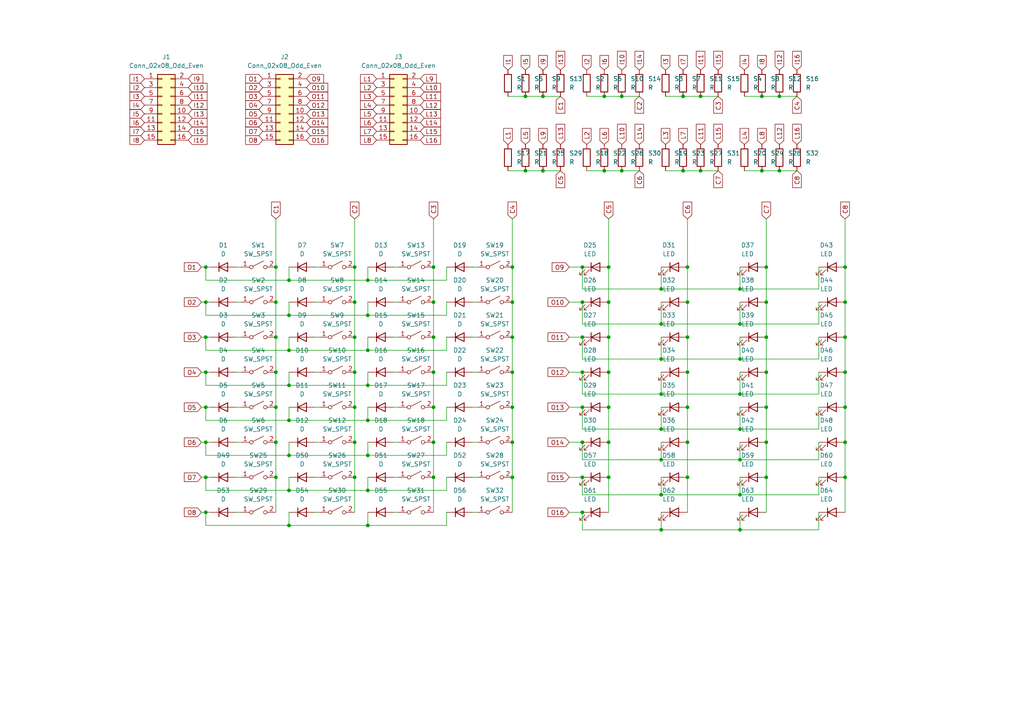
<source format=kicad_sch>
(kicad_sch (version 20250114) (generator "eeschema") (generator_version "9.0")
  (paper "A4")
  (lib_symbols
    (symbol "Connector_Generic:Conn_02x08_Odd_Even" (pin_names (offset 1.016) (hide yes))
      (property "Reference" "J" (at 1.27 10.16 0))
      (property "Value" "Conn_02x08_Odd_Even" (at 1.27 -12.7 0))
      (symbol "Conn_02x08_Odd_Even_1_1"
        (pin passive line (at -5.08 7.62 0) (length 3.81) (name "Pin_1") (number "1"))
        (pin passive line (at -5.08 5.08 0) (length 3.81) (name "Pin_3") (number "3"))
        (pin passive line (at -5.08 2.54 0) (length 3.81) (name "Pin_5") (number "5"))
        (pin passive line (at -5.08 0 0) (length 3.81) (name "Pin_7") (number "7"))
        (pin passive line (at -5.08 -2.54 0) (length 3.81) (name "Pin_9") (number "9"))
        (pin passive line (at -5.08 -5.08 0) (length 3.81) (name "Pin_11") (number "11"))
        (pin passive line (at -5.08 -7.62 0) (length 3.81) (name "Pin_13") (number "13"))
        (pin passive line (at -5.08 -10.16 0) (length 3.81) (name "Pin_15") (number "15"))
        (pin passive line (at 7.62 7.62 180) (length 3.81) (name "Pin_2") (number "2"))
        (pin passive line (at 7.62 5.08 180) (length 3.81) (name "Pin_4") (number "4"))
        (pin passive line (at 7.62 2.54 180) (length 3.81) (name "Pin_6") (number "6"))
        (pin passive line (at 7.62 0 180) (length 3.81) (name "Pin_8") (number "8"))
        (pin passive line (at 7.62 -2.54 180) (length 3.81) (name "Pin_10") (number "10"))
        (pin passive line (at 7.62 -5.08 180) (length 3.81) (name "Pin_12") (number "12"))
        (pin passive line (at 7.62 -7.62 180) (length 3.81) (name "Pin_14") (number "14"))
        (pin passive line (at 7.62 -10.16 180) (length 3.81) (name "Pin_16") (number "16"))
      )
    )
    (symbol "Device:D" (pin_numbers (hide yes)) (pin_names (offset 1.016) (hide yes))
      (property "Reference" "D" (at 0 2.54 0))
      (property "Value" "D" (at 0 -2.54 0))
      (symbol "D_1_1"
        (pin passive line (at -3.81 0 0) (length 2.54) (name "K") (number "1"))
        (pin passive line (at 3.81 0 180) (length 2.54) (name "A") (number "2"))
      )
    )
    (symbol "Device:LED" (pin_numbers (hide yes)) (pin_names (offset 1.016) (hide yes))
      (property "Reference" "D" (at 0 2.54 0))
      (property "Value" "LED" (at 0 -2.54 0))
      (symbol "LED_1_1"
        (pin passive line (at -3.81 0 0) (length 2.54) (name "K") (number "1"))
        (pin passive line (at 3.81 0 180) (length 2.54) (name "A") (number "2"))
      )
    )
    (symbol "Device:R" (pin_numbers (hide yes)) (pin_names (offset 0))
      (property "Reference" "R" (at 2.032 0 90))
      (property "Value" "R" (at 0 0 90))
      (symbol "R_1_1"
        (pin passive line (at 0 3.81 270) (length 1.27) (name "~") (number "1"))
        (pin passive line (at 0 -3.81 90) (length 1.27) (name "~") (number "2"))
      )
    )
    (symbol "Switch:SW_SPST" (pin_names (offset 0) (hide yes))
      (property "Reference" "SW" (at 0 3.175 0))
      (property "Value" "SW_SPST" (at 0 -2.54 0))
      (symbol "SW_SPST_1_1"
        (pin passive line (at -5.08 0 0) (length 2.54) (name "A") (number "1"))
        (pin passive line (at 5.08 0 180) (length 2.54) (name "B") (number "2"))
      )
    )
  )
  (junction (at 245.11 128.27))
  (junction (at 214.63 104.14))
  (junction (at 102.87 128.27))
  (junction (at 83.82 142.24))
  (junction (at 59.69 148.59))
  (junction (at 199.39 77.47))
  (junction (at 157.48 27.94))
  (junction (at 203.2 49.53))
  (junction (at 83.82 121.92))
  (junction (at 226.06 49.53))
  (junction (at 80.01 107.95))
  (junction (at 199.39 118.11))
  (junction (at 199.39 97.79))
  (junction (at 226.06 27.94))
  (junction (at 214.63 93.98))
  (junction (at 176.53 128.27))
  (junction (at 180.34 27.94))
  (junction (at 148.59 77.47))
  (junction (at 214.63 153.67))
  (junction (at 191.77 83.82))
  (junction (at 102.87 87.63))
  (junction (at 214.63 124.46))
  (junction (at 191.77 114.3))
  (junction (at 106.68 111.76))
  (junction (at 106.68 81.28))
  (junction (at 148.59 87.63))
  (junction (at 83.82 81.28))
  (junction (at 168.91 118.11))
  (junction (at 191.77 133.35))
  (junction (at 83.82 91.44))
  (junction (at 59.69 107.95))
  (junction (at 245.11 118.11))
  (junction (at 245.11 97.79))
  (junction (at 83.82 152.4))
  (junction (at 222.25 87.63))
  (junction (at 176.53 87.63))
  (junction (at 168.91 87.63))
  (junction (at 203.2 27.94))
  (junction (at 191.77 143.51))
  (junction (at 102.87 107.95))
  (junction (at 199.39 107.95))
  (junction (at 83.82 132.08))
  (junction (at 168.91 77.47))
  (junction (at 59.69 128.27))
  (junction (at 59.69 118.11))
  (junction (at 198.12 49.53))
  (junction (at 214.63 143.51))
  (junction (at 199.39 87.63))
  (junction (at 59.69 138.43))
  (junction (at 59.69 97.79))
  (junction (at 176.53 97.79))
  (junction (at 191.77 124.46))
  (junction (at 125.73 97.79))
  (junction (at 106.68 121.92))
  (junction (at 102.87 77.47))
  (junction (at 168.91 107.95))
  (junction (at 106.68 101.6))
  (junction (at 106.68 132.08))
  (junction (at 176.53 118.11))
  (junction (at 245.11 77.47))
  (junction (at 102.87 118.11))
  (junction (at 106.68 152.4))
  (junction (at 148.59 138.43))
  (junction (at 222.25 97.79))
  (junction (at 148.59 107.95))
  (junction (at 125.73 118.11))
  (junction (at 168.91 138.43))
  (junction (at 102.87 97.79))
  (junction (at 83.82 101.6))
  (junction (at 191.77 153.67))
  (junction (at 191.77 93.98))
  (junction (at 59.69 87.63))
  (junction (at 214.63 83.82))
  (junction (at 168.91 128.27))
  (junction (at 214.63 114.3))
  (junction (at 80.01 87.63))
  (junction (at 148.59 97.79))
  (junction (at 175.26 27.94))
  (junction (at 176.53 107.95))
  (junction (at 125.73 107.95))
  (junction (at 176.53 77.47))
  (junction (at 80.01 77.47))
  (junction (at 214.63 133.35))
  (junction (at 199.39 138.43))
  (junction (at 80.01 97.79))
  (junction (at 125.73 138.43))
  (junction (at 80.01 128.27))
  (junction (at 106.68 142.24))
  (junction (at 148.59 128.27))
  (junction (at 148.59 118.11))
  (junction (at 125.73 128.27))
  (junction (at 152.4 49.53))
  (junction (at 83.82 111.76))
  (junction (at 245.11 87.63))
  (junction (at 80.01 138.43))
  (junction (at 245.11 138.43))
  (junction (at 198.12 27.94))
  (junction (at 220.98 27.94))
  (junction (at 106.68 91.44))
  (junction (at 222.25 118.11))
  (junction (at 157.48 49.53))
  (junction (at 220.98 49.53))
  (junction (at 176.53 138.43))
  (junction (at 125.73 87.63))
  (junction (at 80.01 118.11))
  (junction (at 199.39 128.27))
  (junction (at 180.34 49.53))
  (junction (at 222.25 128.27))
  (junction (at 175.26 49.53))
  (junction (at 125.73 77.47))
  (junction (at 222.25 77.47))
  (junction (at 168.91 148.59))
  (junction (at 168.91 97.79))
  (junction (at 222.25 138.43))
  (junction (at 222.25 107.95))
  (junction (at 102.87 138.43))
  (junction (at 59.69 77.47))
  (junction (at 191.77 104.14))
  (junction (at 152.4 27.94))
  (junction (at 245.11 107.95))
  (wire (pts (xy 83.82 97.79) (xy 83.82 101.6)))
  (wire (pts (xy 199.39 77.47) (xy 199.39 63.5)))
  (wire (pts (xy 125.73 107.95) (xy 125.73 118.11)))
  (wire (pts (xy 245.11 97.79) (xy 245.11 107.95)))
  (wire (pts (xy 191.77 143.51) (xy 214.63 143.51)))
  (wire (pts (xy 83.82 128.27) (xy 83.82 132.08)))
  (wire (pts (xy 220.98 49.53) (xy 226.06 49.53)))
  (wire (pts (xy 214.63 104.14) (xy 237.49 104.14)))
  (wire (pts (xy 83.82 87.63) (xy 83.82 91.44)))
  (wire (pts (xy 129.54 111.76) (xy 106.68 111.76)))
  (wire (pts (xy 170.18 27.94) (xy 175.26 27.94)))
  (wire (pts (xy 199.39 128.27) (xy 199.39 138.43)))
  (wire (pts (xy 102.87 97.79) (xy 102.87 107.95)))
  (wire (pts (xy 83.82 138.43) (xy 83.82 142.24)))
  (wire (pts (xy 59.69 142.24) (xy 59.69 138.43)))
  (wire (pts (xy 68.58 148.59) (xy 69.85 148.59)))
  (wire (pts (xy 152.4 27.94) (xy 157.48 27.94)))
  (wire (pts (xy 129.54 128.27) (xy 129.54 132.08)))
  (wire (pts (xy 215.9 27.94) (xy 220.98 27.94)))
  (wire (pts (xy 191.77 128.27) (xy 191.77 133.35)))
  (wire (pts (xy 125.73 77.47) (xy 125.73 87.63)))
  (wire (pts (xy 102.87 77.47) (xy 102.87 87.63)))
  (wire (pts (xy 148.59 118.11) (xy 148.59 128.27)))
  (wire (pts (xy 245.11 138.43) (xy 245.11 148.59)))
  (wire (pts (xy 203.2 27.94) (xy 208.28 27.94)))
  (wire (pts (xy 191.77 114.3) (xy 214.63 114.3)))
  (wire (pts (xy 191.77 87.63) (xy 191.77 93.98)))
  (wire (pts (xy 83.82 148.59) (xy 83.82 152.4)))
  (wire (pts (xy 114.3 87.63) (xy 115.57 87.63)))
  (wire (pts (xy 106.68 87.63) (xy 106.68 91.44)))
  (wire (pts (xy 214.63 148.59) (xy 214.63 153.67)))
  (wire (pts (xy 129.54 91.44) (xy 106.68 91.44)))
  (wire (pts (xy 137.16 97.79) (xy 138.43 97.79)))
  (wire (pts (xy 58.42 148.59) (xy 59.69 148.59)))
  (wire (pts (xy 129.54 107.95) (xy 129.54 111.76)))
  (wire (pts (xy 83.82 111.76) (xy 59.69 111.76)))
  (wire (pts (xy 137.16 128.27) (xy 138.43 128.27)))
  (wire (pts (xy 245.11 87.63) (xy 245.11 97.79)))
  (wire (pts (xy 237.49 107.95) (xy 237.49 114.3)))
  (wire (pts (xy 237.49 77.47) (xy 237.49 83.82)))
  (wire (pts (xy 129.54 77.47) (xy 129.54 81.28)))
  (wire (pts (xy 59.69 148.59) (xy 60.96 148.59)))
  (wire (pts (xy 102.87 138.43) (xy 102.87 148.59)))
  (wire (pts (xy 214.63 87.63) (xy 214.63 93.98)))
  (wire (pts (xy 83.82 91.44) (xy 59.69 91.44)))
  (wire (pts (xy 198.12 49.53) (xy 203.2 49.53)))
  (wire (pts (xy 245.11 118.11) (xy 245.11 128.27)))
  (wire (pts (xy 193.04 49.53) (xy 198.12 49.53)))
  (wire (pts (xy 148.59 63.5) (xy 148.59 77.47)))
  (wire (pts (xy 191.77 107.95) (xy 191.77 114.3)))
  (wire (pts (xy 237.49 128.27) (xy 237.49 133.35)))
  (wire (pts (xy 91.44 138.43) (xy 92.71 138.43)))
  (wire (pts (xy 129.54 152.4) (xy 106.68 152.4)))
  (wire (pts (xy 222.25 118.11) (xy 222.25 128.27)))
  (wire (pts (xy 129.54 101.6) (xy 106.68 101.6)))
  (wire (pts (xy 106.68 77.47) (xy 106.68 81.28)))
  (wire (pts (xy 129.54 142.24) (xy 106.68 142.24)))
  (wire (pts (xy 191.77 148.59) (xy 191.77 153.67)))
  (wire (pts (xy 237.49 87.63) (xy 237.49 93.98)))
  (wire (pts (xy 165.1 118.11) (xy 168.91 118.11)))
  (wire (pts (xy 125.73 63.5) (xy 125.73 77.47)))
  (wire (pts (xy 106.68 132.08) (xy 83.82 132.08)))
  (wire (pts (xy 199.39 97.79) (xy 199.39 107.95)))
  (wire (pts (xy 106.68 148.59) (xy 106.68 152.4)))
  (wire (pts (xy 114.3 128.27) (xy 115.57 128.27)))
  (wire (pts (xy 214.63 77.47) (xy 214.63 83.82)))
  (wire (pts (xy 58.42 87.63) (xy 59.69 87.63)))
  (wire (pts (xy 58.42 97.79) (xy 59.69 97.79)))
  (wire (pts (xy 58.42 107.95) (xy 59.69 107.95)))
  (wire (pts (xy 199.39 77.47) (xy 199.39 87.63)))
  (wire (pts (xy 83.82 118.11) (xy 83.82 121.92)))
  (wire (pts (xy 129.54 148.59) (xy 129.54 152.4)))
  (wire (pts (xy 199.39 138.43) (xy 199.39 148.59)))
  (wire (pts (xy 168.91 138.43) (xy 168.91 143.51)))
  (wire (pts (xy 168.91 93.98) (xy 191.77 93.98)))
  (wire (pts (xy 222.25 87.63) (xy 222.25 97.79)))
  (wire (pts (xy 80.01 97.79) (xy 80.01 107.95)))
  (wire (pts (xy 176.53 128.27) (xy 176.53 138.43)))
  (wire (pts (xy 147.32 27.94) (xy 152.4 27.94)))
  (wire (pts (xy 222.25 63.5) (xy 222.25 77.47)))
  (wire (pts (xy 102.87 128.27) (xy 102.87 138.43)))
  (wire (pts (xy 114.3 148.59) (xy 115.57 148.59)))
  (wire (pts (xy 102.87 63.5) (xy 102.87 77.47)))
  (wire (pts (xy 237.49 118.11) (xy 237.49 124.46)))
  (wire (pts (xy 168.91 83.82) (xy 191.77 83.82)))
  (wire (pts (xy 214.63 93.98) (xy 237.49 93.98)))
  (wire (pts (xy 58.42 77.47) (xy 59.69 77.47)))
  (wire (pts (xy 59.69 87.63) (xy 60.96 87.63)))
  (wire (pts (xy 157.48 49.53) (xy 162.56 49.53)))
  (wire (pts (xy 199.39 118.11) (xy 199.39 128.27)))
  (wire (pts (xy 168.91 128.27) (xy 168.91 133.35)))
  (wire (pts (xy 68.58 118.11) (xy 69.85 118.11)))
  (wire (pts (xy 176.53 107.95) (xy 176.53 118.11)))
  (wire (pts (xy 214.63 124.46) (xy 237.49 124.46)))
  (wire (pts (xy 191.77 93.98) (xy 214.63 93.98)))
  (wire (pts (xy 91.44 87.63) (xy 92.71 87.63)))
  (wire (pts (xy 191.77 118.11) (xy 191.77 124.46)))
  (wire (pts (xy 148.59 107.95) (xy 148.59 118.11)))
  (wire (pts (xy 168.91 114.3) (xy 191.77 114.3)))
  (wire (pts (xy 129.54 121.92) (xy 106.68 121.92)))
  (wire (pts (xy 83.82 81.28) (xy 59.69 81.28)))
  (wire (pts (xy 199.39 107.95) (xy 199.39 118.11)))
  (wire (pts (xy 191.77 133.35) (xy 214.63 133.35)))
  (wire (pts (xy 59.69 128.27) (xy 60.96 128.27)))
  (wire (pts (xy 125.73 118.11) (xy 125.73 128.27)))
  (wire (pts (xy 168.91 143.51) (xy 191.77 143.51)))
  (wire (pts (xy 215.9 49.53) (xy 220.98 49.53)))
  (wire (pts (xy 114.3 118.11) (xy 115.57 118.11)))
  (wire (pts (xy 214.63 128.27) (xy 214.63 133.35)))
  (wire (pts (xy 226.06 49.53) (xy 231.14 49.53)))
  (wire (pts (xy 191.77 83.82) (xy 214.63 83.82)))
  (wire (pts (xy 245.11 128.27) (xy 245.11 138.43)))
  (wire (pts (xy 191.77 138.43) (xy 191.77 143.51)))
  (wire (pts (xy 214.63 133.35) (xy 237.49 133.35)))
  (wire (pts (xy 83.82 101.6) (xy 59.69 101.6)))
  (wire (pts (xy 59.69 132.08) (xy 59.69 128.27)))
  (wire (pts (xy 165.1 107.95) (xy 168.91 107.95)))
  (wire (pts (xy 106.68 121.92) (xy 83.82 121.92)))
  (wire (pts (xy 129.54 97.79) (xy 129.54 101.6)))
  (wire (pts (xy 83.82 152.4) (xy 59.69 152.4)))
  (wire (pts (xy 191.77 77.47) (xy 191.77 83.82)))
  (wire (pts (xy 176.53 87.63) (xy 176.53 97.79)))
  (wire (pts (xy 91.44 148.59) (xy 92.71 148.59)))
  (wire (pts (xy 129.54 118.11) (xy 129.54 121.92)))
  (wire (pts (xy 58.42 118.11) (xy 59.69 118.11)))
  (wire (pts (xy 222.25 77.47) (xy 222.25 87.63)))
  (wire (pts (xy 148.59 128.27) (xy 148.59 138.43)))
  (wire (pts (xy 165.1 138.43) (xy 168.91 138.43)))
  (wire (pts (xy 91.44 77.47) (xy 92.71 77.47)))
  (wire (pts (xy 106.68 152.4) (xy 83.82 152.4)))
  (wire (pts (xy 125.73 128.27) (xy 125.73 138.43)))
  (wire (pts (xy 165.1 148.59) (xy 168.91 148.59)))
  (wire (pts (xy 191.77 153.67) (xy 214.63 153.67)))
  (wire (pts (xy 106.68 118.11) (xy 106.68 121.92)))
  (wire (pts (xy 148.59 97.79) (xy 148.59 107.95)))
  (wire (pts (xy 170.18 49.53) (xy 175.26 49.53)))
  (wire (pts (xy 191.77 124.46) (xy 214.63 124.46)))
  (wire (pts (xy 83.82 132.08) (xy 59.69 132.08)))
  (wire (pts (xy 129.54 81.28) (xy 106.68 81.28)))
  (wire (pts (xy 125.73 87.63) (xy 125.73 97.79)))
  (wire (pts (xy 214.63 118.11) (xy 214.63 124.46)))
  (wire (pts (xy 168.91 148.59) (xy 168.91 153.67)))
  (wire (pts (xy 58.42 128.27) (xy 59.69 128.27)))
  (wire (pts (xy 191.77 104.14) (xy 214.63 104.14)))
  (wire (pts (xy 59.69 77.47) (xy 60.96 77.47)))
  (wire (pts (xy 114.3 138.43) (xy 115.57 138.43)))
  (wire (pts (xy 68.58 107.95) (xy 69.85 107.95)))
  (wire (pts (xy 59.69 111.76) (xy 59.69 107.95)))
  (wire (pts (xy 114.3 107.95) (xy 115.57 107.95)))
  (wire (pts (xy 114.3 97.79) (xy 115.57 97.79)))
  (wire (pts (xy 68.58 128.27) (xy 69.85 128.27)))
  (wire (pts (xy 106.68 107.95) (xy 106.68 111.76)))
  (wire (pts (xy 106.68 91.44) (xy 83.82 91.44)))
  (wire (pts (xy 165.1 77.47) (xy 168.91 77.47)))
  (wire (pts (xy 180.34 27.94) (xy 185.42 27.94)))
  (wire (pts (xy 83.82 107.95) (xy 83.82 111.76)))
  (wire (pts (xy 193.04 27.94) (xy 198.12 27.94)))
  (wire (pts (xy 148.59 138.43) (xy 148.59 148.59)))
  (wire (pts (xy 137.16 77.47) (xy 138.43 77.47)))
  (wire (pts (xy 80.01 87.63) (xy 80.01 97.79)))
  (wire (pts (xy 114.3 77.47) (xy 115.57 77.47)))
  (wire (pts (xy 199.39 87.63) (xy 199.39 97.79)))
  (wire (pts (xy 80.01 63.5) (xy 80.01 77.47)))
  (wire (pts (xy 168.91 153.67) (xy 191.77 153.67)))
  (wire (pts (xy 59.69 107.95) (xy 60.96 107.95)))
  (wire (pts (xy 106.68 138.43) (xy 106.68 142.24)))
  (wire (pts (xy 137.16 138.43) (xy 138.43 138.43)))
  (wire (pts (xy 106.68 101.6) (xy 83.82 101.6)))
  (wire (pts (xy 59.69 152.4) (xy 59.69 148.59)))
  (wire (pts (xy 168.91 83.82) (xy 168.91 77.47)))
  (wire (pts (xy 91.44 97.79) (xy 92.71 97.79)))
  (wire (pts (xy 176.53 118.11) (xy 176.53 128.27)))
  (wire (pts (xy 237.49 138.43) (xy 237.49 143.51)))
  (wire (pts (xy 125.73 138.43) (xy 125.73 148.59)))
  (wire (pts (xy 68.58 77.47) (xy 69.85 77.47)))
  (wire (pts (xy 214.63 153.67) (xy 237.49 153.67)))
  (wire (pts (xy 91.44 107.95) (xy 92.71 107.95)))
  (wire (pts (xy 83.82 142.24) (xy 59.69 142.24)))
  (wire (pts (xy 91.44 118.11) (xy 92.71 118.11)))
  (wire (pts (xy 176.53 138.43) (xy 176.53 148.59)))
  (wire (pts (xy 168.91 104.14) (xy 191.77 104.14)))
  (wire (pts (xy 80.01 138.43) (xy 80.01 148.59)))
  (wire (pts (xy 148.59 87.63) (xy 148.59 97.79)))
  (wire (pts (xy 214.63 97.79) (xy 214.63 104.14)))
  (wire (pts (xy 91.44 128.27) (xy 92.71 128.27)))
  (wire (pts (xy 59.69 118.11) (xy 60.96 118.11)))
  (wire (pts (xy 102.87 87.63) (xy 102.87 97.79)))
  (wire (pts (xy 83.82 121.92) (xy 59.69 121.92)))
  (wire (pts (xy 168.91 93.98) (xy 168.91 87.63)))
  (wire (pts (xy 129.54 138.43) (xy 129.54 142.24)))
  (wire (pts (xy 147.32 49.53) (xy 152.4 49.53)))
  (wire (pts (xy 176.53 63.5) (xy 176.53 77.47)))
  (wire (pts (xy 148.59 77.47) (xy 148.59 87.63)))
  (wire (pts (xy 214.63 107.95) (xy 214.63 114.3)))
  (wire (pts (xy 175.26 27.94) (xy 180.34 27.94)))
  (wire (pts (xy 137.16 107.95) (xy 138.43 107.95)))
  (wire (pts (xy 102.87 107.95) (xy 102.87 118.11)))
  (wire (pts (xy 176.53 97.79) (xy 176.53 107.95)))
  (wire (pts (xy 168.91 114.3) (xy 168.91 107.95)))
  (wire (pts (xy 80.01 107.95) (xy 80.01 118.11)))
  (wire (pts (xy 245.11 63.5) (xy 245.11 77.47)))
  (wire (pts (xy 137.16 118.11) (xy 138.43 118.11)))
  (wire (pts (xy 222.25 97.79) (xy 222.25 107.95)))
  (wire (pts (xy 214.63 138.43) (xy 214.63 143.51)))
  (wire (pts (xy 168.91 104.14) (xy 168.91 97.79)))
  (wire (pts (xy 59.69 77.47) (xy 59.69 81.28)))
  (wire (pts (xy 168.91 124.46) (xy 168.91 118.11)))
  (wire (pts (xy 68.58 87.63) (xy 69.85 87.63)))
  (wire (pts (xy 59.69 101.6) (xy 59.69 97.79)))
  (wire (pts (xy 59.69 97.79) (xy 60.96 97.79)))
  (wire (pts (xy 237.49 97.79) (xy 237.49 104.14)))
  (wire (pts (xy 222.25 128.27) (xy 222.25 138.43)))
  (wire (pts (xy 137.16 148.59) (xy 138.43 148.59)))
  (wire (pts (xy 106.68 128.27) (xy 106.68 132.08)))
  (wire (pts (xy 68.58 138.43) (xy 69.85 138.43)))
  (wire (pts (xy 220.98 27.94) (xy 226.06 27.94)))
  (wire (pts (xy 59.69 91.44) (xy 59.69 87.63)))
  (wire (pts (xy 165.1 97.79) (xy 168.91 97.79)))
  (wire (pts (xy 191.77 97.79) (xy 191.77 104.14)))
  (wire (pts (xy 106.68 81.28) (xy 83.82 81.28)))
  (wire (pts (xy 59.69 138.43) (xy 60.96 138.43)))
  (wire (pts (xy 157.48 27.94) (xy 162.56 27.94)))
  (wire (pts (xy 83.82 77.47) (xy 83.82 81.28)))
  (wire (pts (xy 59.69 121.92) (xy 59.69 118.11)))
  (wire (pts (xy 214.63 83.82) (xy 237.49 83.82)))
  (wire (pts (xy 58.42 138.43) (xy 59.69 138.43)))
  (wire (pts (xy 176.53 77.47) (xy 176.53 87.63)))
  (wire (pts (xy 106.68 111.76) (xy 83.82 111.76)))
  (wire (pts (xy 245.11 77.47) (xy 245.11 87.63)))
  (wire (pts (xy 129.54 87.63) (xy 129.54 91.44)))
  (wire (pts (xy 125.73 97.79) (xy 125.73 107.95)))
  (wire (pts (xy 214.63 143.51) (xy 237.49 143.51)))
  (wire (pts (xy 80.01 77.47) (xy 80.01 87.63)))
  (wire (pts (xy 222.25 107.95) (xy 222.25 118.11)))
  (wire (pts (xy 198.12 27.94) (xy 203.2 27.94)))
  (wire (pts (xy 165.1 87.63) (xy 168.91 87.63)))
  (wire (pts (xy 68.58 97.79) (xy 69.85 97.79)))
  (wire (pts (xy 237.49 148.59) (xy 237.49 153.67)))
  (wire (pts (xy 80.01 118.11) (xy 80.01 128.27)))
  (wire (pts (xy 203.2 49.53) (xy 208.28 49.53)))
  (wire (pts (xy 152.4 49.53) (xy 157.48 49.53)))
  (wire (pts (xy 80.01 128.27) (xy 80.01 138.43)))
  (wire (pts (xy 168.91 124.46) (xy 191.77 124.46)))
  (wire (pts (xy 226.06 27.94) (xy 231.14 27.94)))
  (wire (pts (xy 222.25 138.43) (xy 222.25 148.59)))
  (wire (pts (xy 102.87 118.11) (xy 102.87 128.27)))
  (wire (pts (xy 168.91 133.35) (xy 191.77 133.35)))
  (wire (pts (xy 165.1 128.27) (xy 168.91 128.27)))
  (wire (pts (xy 106.68 97.79) (xy 106.68 101.6)))
  (wire (pts (xy 245.11 107.95) (xy 245.11 118.11)))
  (wire (pts (xy 106.68 142.24) (xy 83.82 142.24)))
  (wire (pts (xy 180.34 49.53) (xy 185.42 49.53)))
  (wire (pts (xy 129.54 132.08) (xy 106.68 132.08)))
  (wire (pts (xy 137.16 87.63) (xy 138.43 87.63)))
  (wire (pts (xy 175.26 49.53) (xy 180.34 49.53)))
  (wire (pts (xy 214.63 114.3) (xy 237.49 114.3)))
  (global_label "O8" (shape input) (at 76.2 40.64 180) (property "Intersheetrefs" "${INTERSHEET_REFS}" (effects (hide yes))))
  (global_label "L4" (shape input) (at 215.9 41.91 90) (property "Intersheetrefs" "${INTERSHEET_REFS}" (effects (hide yes))))
  (global_label "I15" (shape input) (at 54.61 38.1 0) (property "Intersheetrefs" "${INTERSHEET_REFS}" (effects (hide yes))))
  (global_label "L11" (shape input) (at 121.92 27.94 0) (property "Intersheetrefs" "${INTERSHEET_REFS}" (effects (hide yes))))
  (global_label "I4" (shape input) (at 41.91 30.48 180) (property "Intersheetrefs" "${INTERSHEET_REFS}" (effects (hide yes))))
  (global_label "L14" (shape input) (at 121.92 35.56 0) (property "Intersheetrefs" "${INTERSHEET_REFS}" (effects (hide yes))))
  (global_label "I2" (shape input) (at 170.18 20.32 90) (property "Intersheetrefs" "${INTERSHEET_REFS}" (effects (hide yes))))
  (global_label "O3" (shape input) (at 76.2 27.94 180) (property "Intersheetrefs" "${INTERSHEET_REFS}" (effects (hide yes))))
  (global_label "C8" (shape input) (at 231.14 49.53 270) (property "Intersheetrefs" "${INTERSHEET_REFS}" (effects (hide yes))))
  (global_label "L4" (shape input) (at 109.22 30.48 180) (property "Intersheetrefs" "${INTERSHEET_REFS}" (effects (hide yes))))
  (global_label "L16" (shape input) (at 121.92 40.64 0) (property "Intersheetrefs" "${INTERSHEET_REFS}" (effects (hide yes))))
  (global_label "O4" (shape input) (at 58.42 107.95 180) (property "Intersheetrefs" "${INTERSHEET_REFS}" (effects (hide yes))))
  (global_label "O10" (shape input) (at 165.1 87.63 180) (property "Intersheetrefs" "${INTERSHEET_REFS}" (effects (hide yes))))
  (global_label "C3" (shape input) (at 208.28 27.94 270) (property "Intersheetrefs" "${INTERSHEET_REFS}" (effects (hide yes))))
  (global_label "L2" (shape input) (at 109.22 25.4 180) (property "Intersheetrefs" "${INTERSHEET_REFS}" (effects (hide yes))))
  (global_label "L12" (shape input) (at 121.92 30.48 0) (property "Intersheetrefs" "${INTERSHEET_REFS}" (effects (hide yes))))
  (global_label "I16" (shape input) (at 54.61 40.64 0) (property "Intersheetrefs" "${INTERSHEET_REFS}" (effects (hide yes))))
  (global_label "L8" (shape input) (at 109.22 40.64 180) (property "Intersheetrefs" "${INTERSHEET_REFS}" (effects (hide yes))))
  (global_label "I12" (shape input) (at 54.61 30.48 0) (property "Intersheetrefs" "${INTERSHEET_REFS}" (effects (hide yes))))
  (global_label "L5" (shape input) (at 109.22 33.02 180) (property "Intersheetrefs" "${INTERSHEET_REFS}" (effects (hide yes))))
  (global_label "L10" (shape input) (at 121.92 25.4 0) (property "Intersheetrefs" "${INTERSHEET_REFS}" (effects (hide yes))))
  (global_label "I3" (shape input) (at 41.91 27.94 180) (property "Intersheetrefs" "${INTERSHEET_REFS}" (effects (hide yes))))
  (global_label "L15" (shape input) (at 208.28 41.91 90) (property "Intersheetrefs" "${INTERSHEET_REFS}" (effects (hide yes))))
  (global_label "I14" (shape input) (at 185.42 20.32 90) (property "Intersheetrefs" "${INTERSHEET_REFS}" (effects (hide yes))))
  (global_label "I6" (shape input) (at 175.26 20.32 90) (property "Intersheetrefs" "${INTERSHEET_REFS}" (effects (hide yes))))
  (global_label "O7" (shape input) (at 58.42 138.43 180) (property "Intersheetrefs" "${INTERSHEET_REFS}" (effects (hide yes))))
  (global_label "L6" (shape input) (at 109.22 35.56 180) (property "Intersheetrefs" "${INTERSHEET_REFS}" (effects (hide yes))))
  (global_label "I12" (shape input) (at 226.06 20.32 90) (property "Intersheetrefs" "${INTERSHEET_REFS}" (effects (hide yes))))
  (global_label "O7" (shape input) (at 76.2 38.1 180) (property "Intersheetrefs" "${INTERSHEET_REFS}" (effects (hide yes))))
  (global_label "L7" (shape input) (at 109.22 38.1 180) (property "Intersheetrefs" "${INTERSHEET_REFS}" (effects (hide yes))))
  (global_label "I5" (shape input) (at 152.4 20.32 90) (property "Intersheetrefs" "${INTERSHEET_REFS}" (effects (hide yes))))
  (global_label "O11" (shape input) (at 88.9 27.94 0) (property "Intersheetrefs" "${INTERSHEET_REFS}" (effects (hide yes))))
  (global_label "L6" (shape input) (at 175.26 41.91 90) (property "Intersheetrefs" "${INTERSHEET_REFS}" (effects (hide yes))))
  (global_label "O14" (shape input) (at 165.1 128.27 180) (property "Intersheetrefs" "${INTERSHEET_REFS}" (effects (hide yes))))
  (global_label "I9" (shape input) (at 157.48 20.32 90) (property "Intersheetrefs" "${INTERSHEET_REFS}" (effects (hide yes))))
  (global_label "O6" (shape input) (at 76.2 35.56 180) (property "Intersheetrefs" "${INTERSHEET_REFS}" (effects (hide yes))))
  (global_label "I10" (shape input) (at 54.61 25.4 0) (property "Intersheetrefs" "${INTERSHEET_REFS}" (effects (hide yes))))
  (global_label "L12" (shape input) (at 226.06 41.91 90) (property "Intersheetrefs" "${INTERSHEET_REFS}" (effects (hide yes))))
  (global_label "L15" (shape input) (at 121.92 38.1 0) (property "Intersheetrefs" "${INTERSHEET_REFS}" (effects (hide yes))))
  (global_label "O6" (shape input) (at 58.42 128.27 180) (property "Intersheetrefs" "${INTERSHEET_REFS}" (effects (hide yes))))
  (global_label "L3" (shape input) (at 109.22 27.94 180) (property "Intersheetrefs" "${INTERSHEET_REFS}" (effects (hide yes))))
  (global_label "O14" (shape input) (at 88.9 35.56 0) (property "Intersheetrefs" "${INTERSHEET_REFS}" (effects (hide yes))))
  (global_label "O12" (shape input) (at 88.9 30.48 0) (property "Intersheetrefs" "${INTERSHEET_REFS}" (effects (hide yes))))
  (global_label "C7" (shape input) (at 222.25 63.5 90) (property "Intersheetrefs" "${INTERSHEET_REFS}" (effects (hide yes))))
  (global_label "L13" (shape input) (at 162.56 41.91 90) (property "Intersheetrefs" "${INTERSHEET_REFS}" (effects (hide yes))))
  (global_label "C8" (shape input) (at 245.11 63.5 90) (property "Intersheetrefs" "${INTERSHEET_REFS}" (effects (hide yes))))
  (global_label "I15" (shape input) (at 208.28 20.32 90) (property "Intersheetrefs" "${INTERSHEET_REFS}" (effects (hide yes))))
  (global_label "I10" (shape input) (at 180.34 20.32 90) (property "Intersheetrefs" "${INTERSHEET_REFS}" (effects (hide yes))))
  (global_label "L5" (shape input) (at 152.4 41.91 90) (property "Intersheetrefs" "${INTERSHEET_REFS}" (effects (hide yes))))
  (global_label "O5" (shape input) (at 76.2 33.02 180) (property "Intersheetrefs" "${INTERSHEET_REFS}" (effects (hide yes))))
  (global_label "O8" (shape input) (at 58.42 148.59 180) (property "Intersheetrefs" "${INTERSHEET_REFS}" (effects (hide yes))))
  (global_label "O3" (shape input) (at 58.42 97.79 180) (property "Intersheetrefs" "${INTERSHEET_REFS}" (effects (hide yes))))
  (global_label "O1" (shape input) (at 76.2 22.86 180) (property "Intersheetrefs" "${INTERSHEET_REFS}" (effects (hide yes))))
  (global_label "I11" (shape input) (at 203.2 20.32 90) (property "Intersheetrefs" "${INTERSHEET_REFS}" (effects (hide yes))))
  (global_label "O1" (shape input) (at 58.42 77.47 180) (property "Intersheetrefs" "${INTERSHEET_REFS}" (effects (hide yes))))
  (global_label "O13" (shape input) (at 165.1 118.11 180) (property "Intersheetrefs" "${INTERSHEET_REFS}" (effects (hide yes))))
  (global_label "L16" (shape input) (at 231.14 41.91 90) (property "Intersheetrefs" "${INTERSHEET_REFS}" (effects (hide yes))))
  (global_label "C6" (shape input) (at 199.39 63.5 90) (property "Intersheetrefs" "${INTERSHEET_REFS}" (effects (hide yes))))
  (global_label "L3" (shape input) (at 193.04 41.91 90) (property "Intersheetrefs" "${INTERSHEET_REFS}" (effects (hide yes))))
  (global_label "L7" (shape input) (at 198.12 41.91 90) (property "Intersheetrefs" "${INTERSHEET_REFS}" (effects (hide yes))))
  (global_label "I11" (shape input) (at 54.61 27.94 0) (property "Intersheetrefs" "${INTERSHEET_REFS}" (effects (hide yes))))
  (global_label "O9" (shape input) (at 165.1 77.47 180) (property "Intersheetrefs" "${INTERSHEET_REFS}" (effects (hide yes))))
  (global_label "L14" (shape input) (at 185.42 41.91 90) (property "Intersheetrefs" "${INTERSHEET_REFS}" (effects (hide yes))))
  (global_label "O15" (shape input) (at 88.9 38.1 0) (property "Intersheetrefs" "${INTERSHEET_REFS}" (effects (hide yes))))
  (global_label "O13" (shape input) (at 88.9 33.02 0) (property "Intersheetrefs" "${INTERSHEET_REFS}" (effects (hide yes))))
  (global_label "O10" (shape input) (at 88.9 25.4 0) (property "Intersheetrefs" "${INTERSHEET_REFS}" (effects (hide yes))))
  (global_label "I7" (shape input) (at 41.91 38.1 180) (property "Intersheetrefs" "${INTERSHEET_REFS}" (effects (hide yes))))
  (global_label "C6" (shape input) (at 185.42 49.53 270) (property "Intersheetrefs" "${INTERSHEET_REFS}" (effects (hide yes))))
  (global_label "I9" (shape input) (at 54.61 22.86 0) (property "Intersheetrefs" "${INTERSHEET_REFS}" (effects (hide yes))))
  (global_label "I8" (shape input) (at 41.91 40.64 180) (property "Intersheetrefs" "${INTERSHEET_REFS}" (effects (hide yes))))
  (global_label "L2" (shape input) (at 170.18 41.91 90) (property "Intersheetrefs" "${INTERSHEET_REFS}" (effects (hide yes))))
  (global_label "L11" (shape input) (at 203.2 41.91 90) (property "Intersheetrefs" "${INTERSHEET_REFS}" (effects (hide yes))))
  (global_label "C4" (shape input) (at 231.14 27.94 270) (property "Intersheetrefs" "${INTERSHEET_REFS}" (effects (hide yes))))
  (global_label "C7" (shape input) (at 208.28 49.53 270) (property "Intersheetrefs" "${INTERSHEET_REFS}" (effects (hide yes))))
  (global_label "I5" (shape input) (at 41.91 33.02 180) (property "Intersheetrefs" "${INTERSHEET_REFS}" (effects (hide yes))))
  (global_label "I8" (shape input) (at 220.98 20.32 90) (property "Intersheetrefs" "${INTERSHEET_REFS}" (effects (hide yes))))
  (global_label "C2" (shape input) (at 185.42 27.94 270) (property "Intersheetrefs" "${INTERSHEET_REFS}" (effects (hide yes))))
  (global_label "L13" (shape input) (at 121.92 33.02 0) (property "Intersheetrefs" "${INTERSHEET_REFS}" (effects (hide yes))))
  (global_label "C1" (shape input) (at 80.01 63.5 90) (property "Intersheetrefs" "${INTERSHEET_REFS}" (effects (hide yes))))
  (global_label "I1" (shape input) (at 41.91 22.86 180) (property "Intersheetrefs" "${INTERSHEET_REFS}" (effects (hide yes))))
  (global_label "O4" (shape input) (at 76.2 30.48 180) (property "Intersheetrefs" "${INTERSHEET_REFS}" (effects (hide yes))))
  (global_label "L9" (shape input) (at 157.48 41.91 90) (property "Intersheetrefs" "${INTERSHEET_REFS}" (effects (hide yes))))
  (global_label "L8" (shape input) (at 220.98 41.91 90) (property "Intersheetrefs" "${INTERSHEET_REFS}" (effects (hide yes))))
  (global_label "O5" (shape input) (at 58.42 118.11 180) (property "Intersheetrefs" "${INTERSHEET_REFS}" (effects (hide yes))))
  (global_label "I3" (shape input) (at 193.04 20.32 90) (property "Intersheetrefs" "${INTERSHEET_REFS}" (effects (hide yes))))
  (global_label "I7" (shape input) (at 198.12 20.32 90) (property "Intersheetrefs" "${INTERSHEET_REFS}" (effects (hide yes))))
  (global_label "O2" (shape input) (at 58.42 87.63 180) (property "Intersheetrefs" "${INTERSHEET_REFS}" (effects (hide yes))))
  (global_label "O9" (shape input) (at 88.9 22.86 0) (property "Intersheetrefs" "${INTERSHEET_REFS}" (effects (hide yes))))
  (global_label "L10" (shape input) (at 180.34 41.91 90) (property "Intersheetrefs" "${INTERSHEET_REFS}" (effects (hide yes))))
  (global_label "O12" (shape input) (at 165.1 107.95 180) (property "Intersheetrefs" "${INTERSHEET_REFS}" (effects (hide yes))))
  (global_label "I13" (shape input) (at 162.56 20.32 90) (property "Intersheetrefs" "${INTERSHEET_REFS}" (effects (hide yes))))
  (global_label "C4" (shape input) (at 148.59 63.5 90) (property "Intersheetrefs" "${INTERSHEET_REFS}" (effects (hide yes))))
  (global_label "I2" (shape input) (at 41.91 25.4 180) (property "Intersheetrefs" "${INTERSHEET_REFS}" (effects (hide yes))))
  (global_label "O16" (shape input) (at 88.9 40.64 0) (property "Intersheetrefs" "${INTERSHEET_REFS}" (effects (hide yes))))
  (global_label "I6" (shape input) (at 41.91 35.56 180) (property "Intersheetrefs" "${INTERSHEET_REFS}" (effects (hide yes))))
  (global_label "I4" (shape input) (at 215.9 20.32 90) (property "Intersheetrefs" "${INTERSHEET_REFS}" (effects (hide yes))))
  (global_label "I1" (shape input) (at 147.32 20.32 90) (property "Intersheetrefs" "${INTERSHEET_REFS}" (effects (hide yes))))
  (global_label "I16" (shape input) (at 231.14 20.32 90) (property "Intersheetrefs" "${INTERSHEET_REFS}" (effects (hide yes))))
  (global_label "O2" (shape input) (at 76.2 25.4 180) (property "Intersheetrefs" "${INTERSHEET_REFS}" (effects (hide yes))))
  (global_label "O16" (shape input) (at 165.1 148.59 180) (property "Intersheetrefs" "${INTERSHEET_REFS}" (effects (hide yes))))
  (global_label "L1" (shape input) (at 109.22 22.86 180) (property "Intersheetrefs" "${INTERSHEET_REFS}" (effects (hide yes))))
  (global_label "O15" (shape input) (at 165.1 138.43 180) (property "Intersheetrefs" "${INTERSHEET_REFS}" (effects (hide yes))))
  (global_label "C1" (shape input) (at 162.56 27.94 270) (property "Intersheetrefs" "${INTERSHEET_REFS}" (effects (hide yes))))
  (global_label "C2" (shape input) (at 102.87 63.5 90) (property "Intersheetrefs" "${INTERSHEET_REFS}" (effects (hide yes))))
  (global_label "C5" (shape input) (at 162.56 49.53 270) (property "Intersheetrefs" "${INTERSHEET_REFS}" (effects (hide yes))))
  (global_label "I13" (shape input) (at 54.61 33.02 0) (property "Intersheetrefs" "${INTERSHEET_REFS}" (effects (hide yes))))
  (global_label "C5" (shape input) (at 176.53 63.5 90) (property "Intersheetrefs" "${INTERSHEET_REFS}" (effects (hide yes))))
  (global_label "L1" (shape input) (at 147.32 41.91 90) (property "Intersheetrefs" "${INTERSHEET_REFS}" (effects (hide yes))))
  (global_label "O11" (shape input) (at 165.1 97.79 180) (property "Intersheetrefs" "${INTERSHEET_REFS}" (effects (hide yes))))
  (global_label "C3" (shape input) (at 125.73 63.5 90) (property "Intersheetrefs" "${INTERSHEET_REFS}" (effects (hide yes))))
  (global_label "L9" (shape input) (at 121.92 22.86 0) (property "Intersheetrefs" "${INTERSHEET_REFS}" (effects (hide yes))))
  (global_label "I14" (shape input) (at 54.61 35.56 0) (property "Intersheetrefs" "${INTERSHEET_REFS}" (effects (hide yes))))
  (symbol (lib_id "Switch:SW_SPST") (at 97.79 87.63 0) (unit 1)
    (property "Reference" "SW8" (at 97.79 81.28 0))
    (property "Value" "SW_SPST" (at 97.79 83.82 0))
    (property "Footprint" "Button_Switch_Keyboard:SW_Cherry_MX_1.00u_PCB" (effects (hide yes)))
    (property "Description" "Single Pole Single Throw (SPST) switch" (effects (hide yes)))
  )
  (symbol (lib_id "Device:R") (at 175.26 45.72 0) (unit 1)
    (property "Reference" "S22" (at 177.8 44.4499 0) (effects (justify left)))
    (property "Value" "R" (at 177.8 46.9899 0) (effects (justify left)))
    (property "Footprint" "Jumper:SolderJumper-2_P1.3mm_Open_RoundedPad1.0x1.5mm" (effects (hide yes)))
    (property "Description" "Resistor" (effects (hide yes)))
  )
  (symbol (lib_id "Switch:SW_SPST") (at 143.51 128.27 0) (unit 1)
    (property "Reference" "SW24" (at 143.51 121.92 0))
    (property "Value" "SW_SPST" (at 143.51 124.46 0))
    (property "Footprint" "Button_Switch_Keyboard:SW_Cherry_MX_1.00u_PCB" (effects (hide yes)))
    (property "Description" "Single Pole Single Throw (SPST) switch" (effects (hide yes)))
  )
  (symbol (lib_id "Device:R") (at 231.14 45.72 0) (unit 1)
    (property "Reference" "S32" (at 233.68 44.4499 0) (effects (justify left)))
    (property "Value" "R" (at 233.68 46.9899 0) (effects (justify left)))
    (property "Footprint" "Jumper:SolderJumper-2_P1.3mm_Open_RoundedPad1.0x1.5mm" (effects (hide yes)))
    (property "Description" "Resistor" (effects (hide yes)))
  )
  (symbol (lib_id "Device:D") (at 133.35 77.47 0) (unit 1)
    (property "Reference" "D19" (at 133.35 71.12 0))
    (property "Value" "D" (at 133.35 73.66 0))
    (property "Footprint" "Diode_THT:D_DO-35_SOD27_P7.62mm_Horizontal" (effects (hide yes)))
    (property "Description" "Diode" (effects (hide yes)))
    (property "Sim.Device" "D" (effects (hide yes)))
    (property "Sim.Pins" "1=K 2=A" (effects (hide yes)))
  )
  (symbol (lib_id "Device:R") (at 180.34 24.13 0) (unit 1)
    (property "Reference" "S10" (at 182.88 22.8599 0) (effects (justify left)))
    (property "Value" "R" (at 182.88 25.3999 0) (effects (justify left)))
    (property "Footprint" "Jumper:SolderJumper-2_P1.3mm_Open_RoundedPad1.0x1.5mm" (effects (hide yes)))
    (property "Description" "Resistor" (effects (hide yes)))
  )
  (symbol (lib_id "Device:LED") (at 241.3 128.27 0) (unit 1)
    (property "Reference" "D48" (at 239.7125 121.92 0))
    (property "Value" "LED" (at 239.7125 124.46 0))
    (property "Footprint" "LED_THT:LED_D3.0mm" (effects (hide yes)))
    (property "Description" "Light emitting diode" (effects (hide yes)))
  )
  (symbol (lib_id "Device:R") (at 185.42 45.72 0) (unit 1)
    (property "Reference" "S30" (at 187.96 44.4499 0) (effects (justify left)))
    (property "Value" "R" (at 187.96 46.9899 0) (effects (justify left)))
    (property "Footprint" "Jumper:SolderJumper-2_P1.3mm_Open_RoundedPad1.0x1.5mm" (effects (hide yes)))
    (property "Description" "Resistor" (effects (hide yes)))
  )
  (symbol (lib_id "Device:D") (at 64.77 77.47 0) (unit 1)
    (property "Reference" "D1" (at 64.77 71.12 0))
    (property "Value" "D" (at 64.77 73.66 0))
    (property "Footprint" "Diode_THT:D_DO-35_SOD27_P7.62mm_Horizontal" (effects (hide yes)))
    (property "Description" "Diode" (effects (hide yes)))
    (property "Sim.Device" "D" (effects (hide yes)))
    (property "Sim.Pins" "1=K 2=A" (effects (hide yes)))
  )
  (symbol (lib_id "Device:D") (at 87.63 77.47 0) (unit 1)
    (property "Reference" "D7" (at 87.63 71.12 0))
    (property "Value" "D" (at 87.63 73.66 0))
    (property "Footprint" "Diode_THT:D_DO-35_SOD27_P7.62mm_Horizontal" (effects (hide yes)))
    (property "Description" "Diode" (effects (hide yes)))
    (property "Sim.Device" "D" (effects (hide yes)))
    (property "Sim.Pins" "1=K 2=A" (effects (hide yes)))
  )
  (symbol (lib_id "Device:D") (at 133.35 97.79 0) (unit 1)
    (property "Reference" "D21" (at 133.35 91.44 0))
    (property "Value" "D" (at 133.35 93.98 0))
    (property "Footprint" "Diode_THT:D_DO-35_SOD27_P7.62mm_Horizontal" (effects (hide yes)))
    (property "Description" "Diode" (effects (hide yes)))
    (property "Sim.Device" "D" (effects (hide yes)))
    (property "Sim.Pins" "1=K 2=A" (effects (hide yes)))
  )
  (symbol (lib_id "Device:R") (at 152.4 45.72 0) (unit 1)
    (property "Reference" "S21" (at 154.94 44.4499 0) (effects (justify left)))
    (property "Value" "R" (at 154.94 46.9899 0) (effects (justify left)))
    (property "Footprint" "Jumper:SolderJumper-2_P1.3mm_Open_RoundedPad1.0x1.5mm" (effects (hide yes)))
    (property "Description" "Resistor" (effects (hide yes)))
  )
  (symbol (lib_id "Device:LED") (at 172.72 77.47 0) (unit 1)
    (property "Reference" "D25" (at 171.1325 71.12 0))
    (property "Value" "LED" (at 171.1325 73.66 0))
    (property "Footprint" "LED_THT:LED_D3.0mm" (effects (hide yes)))
    (property "Description" "Light emitting diode" (effects (hide yes)))
  )
  (symbol (lib_id "Device:D") (at 110.49 128.27 0) (unit 1)
    (property "Reference" "D18" (at 110.49 121.92 0))
    (property "Value" "D" (at 110.49 124.46 0))
    (property "Footprint" "Diode_THT:D_DO-35_SOD27_P7.62mm_Horizontal" (effects (hide yes)))
    (property "Description" "Diode" (effects (hide yes)))
    (property "Sim.Device" "D" (effects (hide yes)))
    (property "Sim.Pins" "1=K 2=A" (effects (hide yes)))
  )
  (symbol (lib_id "Device:D") (at 87.63 148.59 0) (unit 1)
    (property "Reference" "D54" (at 87.63 142.24 0))
    (property "Value" "D" (at 87.63 144.78 0))
    (property "Footprint" "Diode_THT:D_DO-35_SOD27_P7.62mm_Horizontal" (effects (hide yes)))
    (property "Description" "Diode" (effects (hide yes)))
    (property "Sim.Device" "D" (effects (hide yes)))
    (property "Sim.Pins" "1=K 2=A" (effects (hide yes)))
  )
  (symbol (lib_id "Switch:SW_SPST") (at 74.93 128.27 0) (unit 1)
    (property "Reference" "SW6" (at 74.93 121.92 0))
    (property "Value" "SW_SPST" (at 74.93 124.46 0))
    (property "Footprint" "Button_Switch_Keyboard:SW_Cherry_MX_1.00u_PCB" (effects (hide yes)))
    (property "Description" "Single Pole Single Throw (SPST) switch" (effects (hide yes)))
  )
  (symbol (lib_id "Device:D") (at 64.77 128.27 0) (unit 1)
    (property "Reference" "D6" (at 64.77 121.92 0))
    (property "Value" "D" (at 64.77 124.46 0))
    (property "Footprint" "Diode_THT:D_DO-35_SOD27_P7.62mm_Horizontal" (effects (hide yes)))
    (property "Description" "Diode" (effects (hide yes)))
    (property "Sim.Device" "D" (effects (hide yes)))
    (property "Sim.Pins" "1=K 2=A" (effects (hide yes)))
  )
  (symbol (lib_id "Device:LED") (at 218.44 148.59 0) (unit 1)
    (property "Reference" "D63" (at 216.8525 142.24 0))
    (property "Value" "LED" (at 216.8525 144.78 0))
    (property "Footprint" "LED_THT:LED_D3.0mm" (effects (hide yes)))
    (property "Description" "Light emitting diode" (effects (hide yes)))
  )
  (symbol (lib_id "Device:LED") (at 241.3 118.11 0) (unit 1)
    (property "Reference" "D47" (at 239.7125 111.76 0))
    (property "Value" "LED" (at 239.7125 114.3 0))
    (property "Footprint" "LED_THT:LED_D3.0mm" (effects (hide yes)))
    (property "Description" "Light emitting diode" (effects (hide yes)))
  )
  (symbol (lib_id "Device:D") (at 110.49 107.95 0) (unit 1)
    (property "Reference" "D16" (at 110.49 101.6 0))
    (property "Value" "D" (at 110.49 104.14 0))
    (property "Footprint" "Diode_THT:D_DO-35_SOD27_P7.62mm_Horizontal" (effects (hide yes)))
    (property "Description" "Diode" (effects (hide yes)))
    (property "Sim.Device" "D" (effects (hide yes)))
    (property "Sim.Pins" "1=K 2=A" (effects (hide yes)))
  )
  (symbol (lib_id "Device:D") (at 133.35 148.59 0) (unit 1)
    (property "Reference" "D56" (at 133.35 142.24 0))
    (property "Value" "D" (at 133.35 144.78 0))
    (property "Footprint" "Diode_THT:D_DO-35_SOD27_P7.62mm_Horizontal" (effects (hide yes)))
    (property "Description" "Diode" (effects (hide yes)))
    (property "Sim.Device" "D" (effects (hide yes)))
    (property "Sim.Pins" "1=K 2=A" (effects (hide yes)))
  )
  (symbol (lib_id "Switch:SW_SPST") (at 120.65 107.95 0) (unit 1)
    (property "Reference" "SW16" (at 120.65 101.6 0))
    (property "Value" "SW_SPST" (at 120.65 104.14 0))
    (property "Footprint" "Button_Switch_Keyboard:SW_Cherry_MX_1.00u_PCB" (effects (hide yes)))
    (property "Description" "Single Pole Single Throw (SPST) switch" (effects (hide yes)))
  )
  (symbol (lib_id "Device:D") (at 87.63 97.79 0) (unit 1)
    (property "Reference" "D9" (at 87.63 91.44 0))
    (property "Value" "D" (at 87.63 93.98 0))
    (property "Footprint" "Diode_THT:D_DO-35_SOD27_P7.62mm_Horizontal" (effects (hide yes)))
    (property "Description" "Diode" (effects (hide yes)))
    (property "Sim.Device" "D" (effects (hide yes)))
    (property "Sim.Pins" "1=K 2=A" (effects (hide yes)))
  )
  (symbol (lib_id "Device:D") (at 110.49 118.11 0) (unit 1)
    (property "Reference" "D17" (at 110.49 111.76 0))
    (property "Value" "D" (at 110.49 114.3 0))
    (property "Footprint" "Diode_THT:D_DO-35_SOD27_P7.62mm_Horizontal" (effects (hide yes)))
    (property "Description" "Diode" (effects (hide yes)))
    (property "Sim.Device" "D" (effects (hide yes)))
    (property "Sim.Pins" "1=K 2=A" (effects (hide yes)))
  )
  (symbol (lib_id "Switch:SW_SPST") (at 97.79 138.43 0) (unit 1)
    (property "Reference" "SW26" (at 97.79 132.08 0))
    (property "Value" "SW_SPST" (at 97.79 134.62 0))
    (property "Footprint" "Button_Switch_Keyboard:SW_Cherry_MX_1.00u_PCB" (effects (hide yes)))
    (property "Description" "Single Pole Single Throw (SPST) switch" (effects (hide yes)))
  )
  (symbol (lib_id "Device:R") (at 147.32 45.72 0) (unit 1)
    (property "Reference" "S17" (at 149.86 44.4499 0) (effects (justify left)))
    (property "Value" "R" (at 149.86 46.9899 0) (effects (justify left)))
    (property "Footprint" "Jumper:SolderJumper-2_P1.3mm_Open_RoundedPad1.0x1.5mm" (effects (hide yes)))
    (property "Description" "Resistor" (effects (hide yes)))
  )
  (symbol (lib_id "Device:R") (at 162.56 24.13 0) (unit 1)
    (property "Reference" "S13" (at 165.1 22.8599 0) (effects (justify left)))
    (property "Value" "R" (at 165.1 25.3999 0) (effects (justify left)))
    (property "Footprint" "Jumper:SolderJumper-2_P1.3mm_Open_RoundedPad1.0x1.5mm" (effects (hide yes)))
    (property "Description" "Resistor" (effects (hide yes)))
  )
  (symbol (lib_id "Device:LED") (at 241.3 107.95 0) (unit 1)
    (property "Reference" "D46" (at 239.7125 101.6 0))
    (property "Value" "LED" (at 239.7125 104.14 0))
    (property "Footprint" "LED_THT:LED_D3.0mm" (effects (hide yes)))
    (property "Description" "Light emitting diode" (effects (hide yes)))
  )
  (symbol (lib_id "Device:LED") (at 172.72 148.59 0) (unit 1)
    (property "Reference" "D61" (at 171.1325 142.24 0))
    (property "Value" "LED" (at 171.1325 144.78 0))
    (property "Footprint" "LED_THT:LED_D3.0mm" (effects (hide yes)))
    (property "Description" "Light emitting diode" (effects (hide yes)))
  )
  (symbol (lib_id "Switch:SW_SPST") (at 97.79 107.95 0) (unit 1)
    (property "Reference" "SW10" (at 97.79 101.6 0))
    (property "Value" "SW_SPST" (at 97.79 104.14 0))
    (property "Footprint" "Button_Switch_Keyboard:SW_Cherry_MX_1.00u_PCB" (effects (hide yes)))
    (property "Description" "Single Pole Single Throw (SPST) switch" (effects (hide yes)))
  )
  (symbol (lib_id "Device:LED") (at 218.44 97.79 0) (unit 1)
    (property "Reference" "D39" (at 216.8525 91.44 0))
    (property "Value" "LED" (at 216.8525 93.98 0))
    (property "Footprint" "LED_THT:LED_D3.0mm" (effects (hide yes)))
    (property "Description" "Light emitting diode" (effects (hide yes)))
  )
  (symbol (lib_id "Device:R") (at 203.2 24.13 0) (unit 1)
    (property "Reference" "S11" (at 205.74 22.8599 0) (effects (justify left)))
    (property "Value" "R" (at 205.74 25.3999 0) (effects (justify left)))
    (property "Footprint" "Jumper:SolderJumper-2_P1.3mm_Open_RoundedPad1.0x1.5mm" (effects (hide yes)))
    (property "Description" "Resistor" (effects (hide yes)))
  )
  (symbol (lib_id "Device:LED") (at 195.58 128.27 0) (unit 1)
    (property "Reference" "D36" (at 193.9925 121.92 0))
    (property "Value" "LED" (at 193.9925 124.46 0))
    (property "Footprint" "LED_THT:LED_D3.0mm" (effects (hide yes)))
    (property "Description" "Light emitting diode" (effects (hide yes)))
  )
  (symbol (lib_id "Device:D") (at 64.77 148.59 0) (unit 1)
    (property "Reference" "D53" (at 64.77 142.24 0))
    (property "Value" "D" (at 64.77 144.78 0))
    (property "Footprint" "Diode_THT:D_DO-35_SOD27_P7.62mm_Horizontal" (effects (hide yes)))
    (property "Description" "Diode" (effects (hide yes)))
    (property "Sim.Device" "D" (effects (hide yes)))
    (property "Sim.Pins" "1=K 2=A" (effects (hide yes)))
  )
  (symbol (lib_id "Device:D") (at 87.63 107.95 0) (unit 1)
    (property "Reference" "D10" (at 87.63 101.6 0))
    (property "Value" "D" (at 87.63 104.14 0))
    (property "Footprint" "Diode_THT:D_DO-35_SOD27_P7.62mm_Horizontal" (effects (hide yes)))
    (property "Description" "Diode" (effects (hide yes)))
    (property "Sim.Device" "D" (effects (hide yes)))
    (property "Sim.Pins" "1=K 2=A" (effects (hide yes)))
  )
  (symbol (lib_id "Device:R") (at 193.04 24.13 0) (unit 1)
    (property "Reference" "S3" (at 195.58 22.8599 0) (effects (justify left)))
    (property "Value" "R" (at 195.58 25.3999 0) (effects (justify left)))
    (property "Footprint" "Jumper:SolderJumper-2_P1.3mm_Open_RoundedPad1.0x1.5mm" (effects (hide yes)))
    (property "Description" "Resistor" (effects (hide yes)))
  )
  (symbol (lib_id "Switch:SW_SPST") (at 143.51 138.43 0) (unit 1)
    (property "Reference" "SW28" (at 143.51 132.08 0))
    (property "Value" "SW_SPST" (at 143.51 134.62 0))
    (property "Footprint" "Button_Switch_Keyboard:SW_Cherry_MX_1.00u_PCB" (effects (hide yes)))
    (property "Description" "Single Pole Single Throw (SPST) switch" (effects (hide yes)))
  )
  (symbol (lib_id "Device:LED") (at 195.58 118.11 0) (unit 1)
    (property "Reference" "D35" (at 193.9925 111.76 0))
    (property "Value" "LED" (at 193.9925 114.3 0))
    (property "Footprint" "LED_THT:LED_D3.0mm" (effects (hide yes)))
    (property "Description" "Light emitting diode" (effects (hide yes)))
  )
  (symbol (lib_id "Device:R") (at 215.9 24.13 0) (unit 1)
    (property "Reference" "S4" (at 218.44 22.8599 0) (effects (justify left)))
    (property "Value" "R" (at 218.44 25.3999 0) (effects (justify left)))
    (property "Footprint" "Jumper:SolderJumper-2_P1.3mm_Open_RoundedPad1.0x1.5mm" (effects (hide yes)))
    (property "Description" "Resistor" (effects (hide yes)))
  )
  (symbol (lib_id "Device:LED") (at 172.72 97.79 0) (unit 1)
    (property "Reference" "D27" (at 171.1325 91.44 0))
    (property "Value" "LED" (at 171.1325 93.98 0))
    (property "Footprint" "LED_THT:LED_D3.0mm" (effects (hide yes)))
    (property "Description" "Light emitting diode" (effects (hide yes)))
  )
  (symbol (lib_id "Device:D") (at 64.77 138.43 0) (unit 1)
    (property "Reference" "D49" (at 64.77 132.08 0))
    (property "Value" "D" (at 64.77 134.62 0))
    (property "Footprint" "Diode_THT:D_DO-35_SOD27_P7.62mm_Horizontal" (effects (hide yes)))
    (property "Description" "Diode" (effects (hide yes)))
    (property "Sim.Device" "D" (effects (hide yes)))
    (property "Sim.Pins" "1=K 2=A" (effects (hide yes)))
  )
  (symbol (lib_id "Device:LED") (at 218.44 107.95 0) (unit 1)
    (property "Reference" "D40" (at 216.8525 101.6 0))
    (property "Value" "LED" (at 216.8525 104.14 0))
    (property "Footprint" "LED_THT:LED_D3.0mm" (effects (hide yes)))
    (property "Description" "Light emitting diode" (effects (hide yes)))
  )
  (symbol (lib_id "Switch:SW_SPST") (at 143.51 87.63 0) (unit 1)
    (property "Reference" "SW20" (at 143.51 81.28 0))
    (property "Value" "SW_SPST" (at 143.51 83.82 0))
    (property "Footprint" "Button_Switch_Keyboard:SW_Cherry_MX_1.00u_PCB" (effects (hide yes)))
    (property "Description" "Single Pole Single Throw (SPST) switch" (effects (hide yes)))
  )
  (symbol (lib_id "Device:R") (at 215.9 45.72 0) (unit 1)
    (property "Reference" "S20" (at 218.44 44.4499 0) (effects (justify left)))
    (property "Value" "R" (at 218.44 46.9899 0) (effects (justify left)))
    (property "Footprint" "Jumper:SolderJumper-2_P1.3mm_Open_RoundedPad1.0x1.5mm" (effects (hide yes)))
    (property "Description" "Resistor" (effects (hide yes)))
  )
  (symbol (lib_id "Device:R") (at 180.34 45.72 0) (unit 1)
    (property "Reference" "S26" (at 182.88 44.4499 0) (effects (justify left)))
    (property "Value" "R" (at 182.88 46.9899 0) (effects (justify left)))
    (property "Footprint" "Jumper:SolderJumper-2_P1.3mm_Open_RoundedPad1.0x1.5mm" (effects (hide yes)))
    (property "Description" "Resistor" (effects (hide yes)))
  )
  (symbol (lib_id "Switch:SW_SPST") (at 97.79 97.79 0) (unit 1)
    (property "Reference" "SW9" (at 97.79 91.44 0))
    (property "Value" "SW_SPST" (at 97.79 93.98 0))
    (property "Footprint" "Button_Switch_Keyboard:SW_Cherry_MX_1.00u_PCB" (effects (hide yes)))
    (property "Description" "Single Pole Single Throw (SPST) switch" (effects (hide yes)))
  )
  (symbol (lib_id "Device:R") (at 152.4 24.13 0) (unit 1)
    (property "Reference" "S5" (at 154.94 22.8599 0) (effects (justify left)))
    (property "Value" "R" (at 154.94 25.3999 0) (effects (justify left)))
    (property "Footprint" "Jumper:SolderJumper-2_P1.3mm_Open_RoundedPad1.0x1.5mm" (effects (hide yes)))
    (property "Description" "Resistor" (effects (hide yes)))
  )
  (symbol (lib_id "Device:LED") (at 218.44 128.27 0) (unit 1)
    (property "Reference" "D42" (at 216.8525 121.92 0))
    (property "Value" "LED" (at 216.8525 124.46 0))
    (property "Footprint" "LED_THT:LED_D3.0mm" (effects (hide yes)))
    (property "Description" "Light emitting diode" (effects (hide yes)))
  )
  (symbol (lib_id "Device:LED") (at 195.58 148.59 0) (unit 1)
    (property "Reference" "D62" (at 193.9925 142.24 0))
    (property "Value" "LED" (at 193.9925 144.78 0))
    (property "Footprint" "LED_THT:LED_D3.0mm" (effects (hide yes)))
    (property "Description" "Light emitting diode" (effects (hide yes)))
  )
  (symbol (lib_id "Device:R") (at 198.12 24.13 0) (unit 1)
    (property "Reference" "S7" (at 200.66 22.8599 0) (effects (justify left)))
    (property "Value" "R" (at 200.66 25.3999 0) (effects (justify left)))
    (property "Footprint" "Jumper:SolderJumper-2_P1.3mm_Open_RoundedPad1.0x1.5mm" (effects (hide yes)))
    (property "Description" "Resistor" (effects (hide yes)))
  )
  (symbol (lib_id "Switch:SW_SPST") (at 74.93 138.43 0) (unit 1)
    (property "Reference" "SW25" (at 74.93 132.08 0))
    (property "Value" "SW_SPST" (at 74.93 134.62 0))
    (property "Footprint" "Button_Switch_Keyboard:SW_Cherry_MX_1.00u_PCB" (effects (hide yes)))
    (property "Description" "Single Pole Single Throw (SPST) switch" (effects (hide yes)))
  )
  (symbol (lib_id "Switch:SW_SPST") (at 74.93 107.95 0) (unit 1)
    (property "Reference" "SW4" (at 74.93 101.6 0))
    (property "Value" "SW_SPST" (at 74.93 104.14 0))
    (property "Footprint" "Button_Switch_Keyboard:SW_Cherry_MX_1.00u_PCB" (effects (hide yes)))
    (property "Description" "Single Pole Single Throw (SPST) switch" (effects (hide yes)))
  )
  (symbol (lib_id "Switch:SW_SPST") (at 97.79 77.47 0) (unit 1)
    (property "Reference" "SW7" (at 97.79 71.12 0))
    (property "Value" "SW_SPST" (at 97.79 73.66 0))
    (property "Footprint" "Button_Switch_Keyboard:SW_Cherry_MX_1.00u_PCB" (effects (hide yes)))
    (property "Description" "Single Pole Single Throw (SPST) switch" (effects (hide yes)))
  )
  (symbol (lib_id "Device:R") (at 157.48 24.13 0) (unit 1)
    (property "Reference" "S9" (at 160.02 22.8599 0) (effects (justify left)))
    (property "Value" "R" (at 160.02 25.3999 0) (effects (justify left)))
    (property "Footprint" "Jumper:SolderJumper-2_P1.3mm_Open_RoundedPad1.0x1.5mm" (effects (hide yes)))
    (property "Description" "Resistor" (effects (hide yes)))
  )
  (symbol (lib_id "Device:D") (at 64.77 97.79 0) (unit 1)
    (property "Reference" "D3" (at 64.77 91.44 0))
    (property "Value" "D" (at 64.77 93.98 0))
    (property "Footprint" "Diode_THT:D_DO-35_SOD27_P7.62mm_Horizontal" (effects (hide yes)))
    (property "Description" "Diode" (effects (hide yes)))
    (property "Sim.Device" "D" (effects (hide yes)))
    (property "Sim.Pins" "1=K 2=A" (effects (hide yes)))
  )
  (symbol (lib_id "Device:LED") (at 241.3 87.63 0) (unit 1)
    (property "Reference" "D44" (at 239.7125 81.28 0))
    (property "Value" "LED" (at 239.7125 83.82 0))
    (property "Footprint" "LED_THT:LED_D3.0mm" (effects (hide yes)))
    (property "Description" "Light emitting diode" (effects (hide yes)))
  )
  (symbol (lib_id "Device:R") (at 220.98 24.13 0) (unit 1)
    (property "Reference" "S8" (at 223.52 22.8599 0) (effects (justify left)))
    (property "Value" "R" (at 223.52 25.3999 0) (effects (justify left)))
    (property "Footprint" "Jumper:SolderJumper-2_P1.3mm_Open_RoundedPad1.0x1.5mm" (effects (hide yes)))
    (property "Description" "Resistor" (effects (hide yes)))
  )
  (symbol (lib_id "Device:R") (at 170.18 24.13 0) (unit 1)
    (property "Reference" "S2" (at 172.72 22.8599 0) (effects (justify left)))
    (property "Value" "R" (at 172.72 25.3999 0) (effects (justify left)))
    (property "Footprint" "Jumper:SolderJumper-2_P1.3mm_Open_RoundedPad1.0x1.5mm" (effects (hide yes)))
    (property "Description" "Resistor" (effects (hide yes)))
  )
  (symbol (lib_id "Device:R") (at 220.98 45.72 0) (unit 1)
    (property "Reference" "S24" (at 223.52 44.4499 0) (effects (justify left)))
    (property "Value" "R" (at 223.52 46.9899 0) (effects (justify left)))
    (property "Footprint" "Jumper:SolderJumper-2_P1.3mm_Open_RoundedPad1.0x1.5mm" (effects (hide yes)))
    (property "Description" "Resistor" (effects (hide yes)))
  )
  (symbol (lib_id "Device:D") (at 110.49 77.47 0) (unit 1)
    (property "Reference" "D13" (at 110.49 71.12 0))
    (property "Value" "D" (at 110.49 73.66 0))
    (property "Footprint" "Diode_THT:D_DO-35_SOD27_P7.62mm_Horizontal" (effects (hide yes)))
    (property "Description" "Diode" (effects (hide yes)))
    (property "Sim.Device" "D" (effects (hide yes)))
    (property "Sim.Pins" "1=K 2=A" (effects (hide yes)))
  )
  (symbol (lib_id "Device:LED") (at 241.3 138.43 0) (unit 1)
    (property "Reference" "D60" (at 239.7125 132.08 0))
    (property "Value" "LED" (at 239.7125 134.62 0))
    (property "Footprint" "LED_THT:LED_D3.0mm" (effects (hide yes)))
    (property "Description" "Light emitting diode" (effects (hide yes)))
  )
  (symbol (lib_id "Device:LED") (at 172.72 118.11 0) (unit 1)
    (property "Reference" "D29" (at 171.1325 111.76 0))
    (property "Value" "LED" (at 171.1325 114.3 0))
    (property "Footprint" "LED_THT:LED_D3.0mm" (effects (hide yes)))
    (property "Description" "Light emitting diode" (effects (hide yes)))
  )
  (symbol (lib_id "Connector_Generic:Conn_02x08_Odd_Even") (at 81.28 30.48 0) (unit 1)
    (property "Reference" "J2" (at 82.55 16.51 0))
    (property "Value" "Conn_02x08_Odd_Even" (at 82.55 19.05 0))
    (property "Footprint" "Connector_PinHeader_2.54mm:PinHeader_2x08_P2.54mm_Vertical" (effects (hide yes)))
    (property "Description" "Generic connector, double row, 02x08, odd/even pin numbering scheme (row 1 odd numbers, row 2 even numbers), script generated (kicad-library-utils/schlib/autogen/connector/)" (effects (hide yes)))
  )
  (symbol (lib_id "Device:LED") (at 172.72 87.63 0) (unit 1)
    (property "Reference" "D26" (at 171.1325 81.28 0))
    (property "Value" "LED" (at 171.1325 83.82 0))
    (property "Footprint" "LED_THT:LED_D3.0mm" (effects (hide yes)))
    (property "Description" "Light emitting diode" (effects (hide yes)))
  )
  (symbol (lib_id "Device:D") (at 87.63 128.27 0) (unit 1)
    (property "Reference" "D12" (at 87.63 121.92 0))
    (property "Value" "D" (at 87.63 124.46 0))
    (property "Footprint" "Diode_THT:D_DO-35_SOD27_P7.62mm_Horizontal" (effects (hide yes)))
    (property "Description" "Diode" (effects (hide yes)))
    (property "Sim.Device" "D" (effects (hide yes)))
    (property "Sim.Pins" "1=K 2=A" (effects (hide yes)))
  )
  (symbol (lib_id "Switch:SW_SPST") (at 143.51 148.59 0) (unit 1)
    (property "Reference" "SW32" (at 143.51 142.24 0))
    (property "Value" "SW_SPST" (at 143.51 144.78 0))
    (property "Footprint" "Button_Switch_Keyboard:SW_Cherry_MX_1.00u_PCB" (effects (hide yes)))
    (property "Description" "Single Pole Single Throw (SPST) switch" (effects (hide yes)))
  )
  (symbol (lib_id "Device:R") (at 208.28 24.13 0) (unit 1)
    (property "Reference" "S15" (at 210.82 22.8599 0) (effects (justify left)))
    (property "Value" "R" (at 210.82 25.3999 0) (effects (justify left)))
    (property "Footprint" "Jumper:SolderJumper-2_P1.3mm_Open_RoundedPad1.0x1.5mm" (effects (hide yes)))
    (property "Description" "Resistor" (effects (hide yes)))
  )
  (symbol (lib_id "Device:LED") (at 195.58 97.79 0) (unit 1)
    (property "Reference" "D33" (at 193.9925 91.44 0))
    (property "Value" "LED" (at 193.9925 93.98 0))
    (property "Footprint" "LED_THT:LED_D3.0mm" (effects (hide yes)))
    (property "Description" "Light emitting diode" (effects (hide yes)))
  )
  (symbol (lib_id "Switch:SW_SPST") (at 97.79 148.59 0) (unit 1)
    (property "Reference" "SW30" (at 97.79 142.24 0))
    (property "Value" "SW_SPST" (at 97.79 144.78 0))
    (property "Footprint" "Button_Switch_Keyboard:SW_Cherry_MX_1.00u_PCB" (effects (hide yes)))
    (property "Description" "Single Pole Single Throw (SPST) switch" (effects (hide yes)))
  )
  (symbol (lib_id "Device:D") (at 133.35 138.43 0) (unit 1)
    (property "Reference" "D52" (at 133.35 132.08 0))
    (property "Value" "D" (at 133.35 134.62 0))
    (property "Footprint" "Diode_THT:D_DO-35_SOD27_P7.62mm_Horizontal" (effects (hide yes)))
    (property "Description" "Diode" (effects (hide yes)))
    (property "Sim.Device" "D" (effects (hide yes)))
    (property "Sim.Pins" "1=K 2=A" (effects (hide yes)))
  )
  (symbol (lib_id "Device:R") (at 157.48 45.72 0) (unit 1)
    (property "Reference" "S25" (at 160.02 44.4499 0) (effects (justify left)))
    (property "Value" "R" (at 160.02 46.9899 0) (effects (justify left)))
    (property "Footprint" "Jumper:SolderJumper-2_P1.3mm_Open_RoundedPad1.0x1.5mm" (effects (hide yes)))
    (property "Description" "Resistor" (effects (hide yes)))
  )
  (symbol (lib_id "Device:D") (at 133.35 128.27 0) (unit 1)
    (property "Reference" "D24" (at 133.35 121.92 0))
    (property "Value" "D" (at 133.35 124.46 0))
    (property "Footprint" "Diode_THT:D_DO-35_SOD27_P7.62mm_Horizontal" (effects (hide yes)))
    (property "Description" "Diode" (effects (hide yes)))
    (property "Sim.Device" "D" (effects (hide yes)))
    (property "Sim.Pins" "1=K 2=A" (effects (hide yes)))
  )
  (symbol (lib_id "Switch:SW_SPST") (at 120.65 148.59 0) (unit 1)
    (property "Reference" "SW31" (at 120.65 142.24 0))
    (property "Value" "SW_SPST" (at 120.65 144.78 0))
    (property "Footprint" "Button_Switch_Keyboard:SW_Cherry_MX_1.00u_PCB" (effects (hide yes)))
    (property "Description" "Single Pole Single Throw (SPST) switch" (effects (hide yes)))
  )
  (symbol (lib_id "Device:D") (at 110.49 148.59 0) (unit 1)
    (property "Reference" "D55" (at 110.49 142.24 0))
    (property "Value" "D" (at 110.49 144.78 0))
    (property "Footprint" "Diode_THT:D_DO-35_SOD27_P7.62mm_Horizontal" (effects (hide yes)))
    (property "Description" "Diode" (effects (hide yes)))
    (property "Sim.Device" "D" (effects (hide yes)))
    (property "Sim.Pins" "1=K 2=A" (effects (hide yes)))
  )
  (symbol (lib_id "Device:D") (at 87.63 118.11 0) (unit 1)
    (property "Reference" "D11" (at 87.63 111.76 0))
    (property "Value" "D" (at 87.63 114.3 0))
    (property "Footprint" "Diode_THT:D_DO-35_SOD27_P7.62mm_Horizontal" (effects (hide yes)))
    (property "Description" "Diode" (effects (hide yes)))
    (property "Sim.Device" "D" (effects (hide yes)))
    (property "Sim.Pins" "1=K 2=A" (effects (hide yes)))
  )
  (symbol (lib_id "Device:R") (at 226.06 45.72 0) (unit 1)
    (property "Reference" "S28" (at 228.6 44.4499 0) (effects (justify left)))
    (property "Value" "R" (at 228.6 46.9899 0) (effects (justify left)))
    (property "Footprint" "Jumper:SolderJumper-2_P1.3mm_Open_RoundedPad1.0x1.5mm" (effects (hide yes)))
    (property "Description" "Resistor" (effects (hide yes)))
  )
  (symbol (lib_id "Device:R") (at 193.04 45.72 0) (unit 1)
    (property "Reference" "S19" (at 195.58 44.4499 0) (effects (justify left)))
    (property "Value" "R" (at 195.58 46.9899 0) (effects (justify left)))
    (property "Footprint" "Jumper:SolderJumper-2_P1.3mm_Open_RoundedPad1.0x1.5mm" (effects (hide yes)))
    (property "Description" "Resistor" (effects (hide yes)))
  )
  (symbol (lib_id "Device:R") (at 226.06 24.13 0) (unit 1)
    (property "Reference" "S12" (at 228.6 22.8599 0) (effects (justify left)))
    (property "Value" "R" (at 228.6 25.3999 0) (effects (justify left)))
    (property "Footprint" "Jumper:SolderJumper-2_P1.3mm_Open_RoundedPad1.0x1.5mm" (effects (hide yes)))
    (property "Description" "Resistor" (effects (hide yes)))
  )
  (symbol (lib_id "Device:R") (at 175.26 24.13 0) (unit 1)
    (property "Reference" "S6" (at 177.8 22.8599 0) (effects (justify left)))
    (property "Value" "R" (at 177.8 25.3999 0) (effects (justify left)))
    (property "Footprint" "Jumper:SolderJumper-2_P1.3mm_Open_RoundedPad1.0x1.5mm" (effects (hide yes)))
    (property "Description" "Resistor" (effects (hide yes)))
  )
  (symbol (lib_id "Switch:SW_SPST") (at 143.51 77.47 0) (unit 1)
    (property "Reference" "SW19" (at 143.51 71.12 0))
    (property "Value" "SW_SPST" (at 143.51 73.66 0))
    (property "Footprint" "Button_Switch_Keyboard:SW_Cherry_MX_1.00u_PCB" (effects (hide yes)))
    (property "Description" "Single Pole Single Throw (SPST) switch" (effects (hide yes)))
  )
  (symbol (lib_id "Device:D") (at 64.77 87.63 0) (unit 1)
    (property "Reference" "D2" (at 64.77 81.28 0))
    (property "Value" "D" (at 64.77 83.82 0))
    (property "Footprint" "Diode_THT:D_DO-35_SOD27_P7.62mm_Horizontal" (effects (hide yes)))
    (property "Description" "Diode" (effects (hide yes)))
    (property "Sim.Device" "D" (effects (hide yes)))
    (property "Sim.Pins" "1=K 2=A" (effects (hide yes)))
  )
  (symbol (lib_id "Device:R") (at 208.28 45.72 0) (unit 1)
    (property "Reference" "S31" (at 210.82 44.4499 0) (effects (justify left)))
    (property "Value" "R" (at 210.82 46.9899 0) (effects (justify left)))
    (property "Footprint" "Jumper:SolderJumper-2_P1.3mm_Open_RoundedPad1.0x1.5mm" (effects (hide yes)))
    (property "Description" "Resistor" (effects (hide yes)))
  )
  (symbol (lib_id "Switch:SW_SPST") (at 74.93 118.11 0) (unit 1)
    (property "Reference" "SW5" (at 74.93 111.76 0))
    (property "Value" "SW_SPST" (at 74.93 114.3 0))
    (property "Footprint" "Button_Switch_Keyboard:SW_Cherry_MX_1.00u_PCB" (effects (hide yes)))
    (property "Description" "Single Pole Single Throw (SPST) switch" (effects (hide yes)))
  )
  (symbol (lib_id "Device:R") (at 162.56 45.72 0) (unit 1)
    (property "Reference" "S29" (at 165.1 44.4499 0) (effects (justify left)))
    (property "Value" "R" (at 165.1 46.9899 0) (effects (justify left)))
    (property "Footprint" "Jumper:SolderJumper-2_P1.3mm_Open_RoundedPad1.0x1.5mm" (effects (hide yes)))
    (property "Description" "Resistor" (effects (hide yes)))
  )
  (symbol (lib_id "Device:D") (at 133.35 87.63 0) (unit 1)
    (property "Reference" "D20" (at 133.35 81.28 0))
    (property "Value" "D" (at 133.35 83.82 0))
    (property "Footprint" "Diode_THT:D_DO-35_SOD27_P7.62mm_Horizontal" (effects (hide yes)))
    (property "Description" "Diode" (effects (hide yes)))
    (property "Sim.Device" "D" (effects (hide yes)))
    (property "Sim.Pins" "1=K 2=A" (effects (hide yes)))
  )
  (symbol (lib_id "Device:R") (at 198.12 45.72 0) (unit 1)
    (property "Reference" "S23" (at 200.66 44.4499 0) (effects (justify left)))
    (property "Value" "R" (at 200.66 46.9899 0) (effects (justify left)))
    (property "Footprint" "Jumper:SolderJumper-2_P1.3mm_Open_RoundedPad1.0x1.5mm" (effects (hide yes)))
    (property "Description" "Resistor" (effects (hide yes)))
  )
  (symbol (lib_id "Device:R") (at 170.18 45.72 0) (unit 1)
    (property "Reference" "S18" (at 172.72 44.4499 0) (effects (justify left)))
    (property "Value" "R" (at 172.72 46.9899 0) (effects (justify left)))
    (property "Footprint" "Jumper:SolderJumper-2_P1.3mm_Open_RoundedPad1.0x1.5mm" (effects (hide yes)))
    (property "Description" "Resistor" (effects (hide yes)))
  )
  (symbol (lib_id "Device:R") (at 231.14 24.13 0) (unit 1)
    (property "Reference" "S16" (at 233.68 22.8599 0) (effects (justify left)))
    (property "Value" "R" (at 233.68 25.3999 0) (effects (justify left)))
    (property "Footprint" "Jumper:SolderJumper-2_P1.3mm_Open_RoundedPad1.0x1.5mm" (effects (hide yes)))
    (property "Description" "Resistor" (effects (hide yes)))
  )
  (symbol (lib_id "Switch:SW_SPST") (at 143.51 97.79 0) (unit 1)
    (property "Reference" "SW21" (at 143.51 91.44 0))
    (property "Value" "SW_SPST" (at 143.51 93.98 0))
    (property "Footprint" "Button_Switch_Keyboard:SW_Cherry_MX_1.00u_PCB" (effects (hide yes)))
    (property "Description" "Single Pole Single Throw (SPST) switch" (effects (hide yes)))
  )
  (symbol (lib_id "Switch:SW_SPST") (at 143.51 107.95 0) (unit 1)
    (property "Reference" "SW22" (at 143.51 101.6 0))
    (property "Value" "SW_SPST" (at 143.51 104.14 0))
    (property "Footprint" "Button_Switch_Keyboard:SW_Cherry_MX_1.00u_PCB" (effects (hide yes)))
    (property "Description" "Single Pole Single Throw (SPST) switch" (effects (hide yes)))
  )
  (symbol (lib_id "Switch:SW_SPST") (at 120.65 87.63 0) (unit 1)
    (property "Reference" "SW14" (at 120.65 81.28 0))
    (property "Value" "SW_SPST" (at 120.65 83.82 0))
    (property "Footprint" "Button_Switch_Keyboard:SW_Cherry_MX_1.00u_PCB" (effects (hide yes)))
    (property "Description" "Single Pole Single Throw (SPST) switch" (effects (hide yes)))
  )
  (symbol (lib_id "Device:LED") (at 241.3 148.59 0) (unit 1)
    (property "Reference" "D64" (at 239.7125 142.24 0))
    (property "Value" "LED" (at 239.7125 144.78 0))
    (property "Footprint" "LED_THT:LED_D3.0mm" (effects (hide yes)))
    (property "Description" "Light emitting diode" (effects (hide yes)))
  )
  (symbol (lib_id "Device:LED") (at 195.58 77.47 0) (unit 1)
    (property "Reference" "D31" (at 193.9925 71.12 0))
    (property "Value" "LED" (at 193.9925 73.66 0))
    (property "Footprint" "LED_THT:LED_D3.0mm" (effects (hide yes)))
    (property "Description" "Light emitting diode" (effects (hide yes)))
  )
  (symbol (lib_id "Device:LED") (at 195.58 138.43 0) (unit 1)
    (property "Reference" "D58" (at 193.9925 132.08 0))
    (property "Value" "LED" (at 193.9925 134.62 0))
    (property "Footprint" "LED_THT:LED_D3.0mm" (effects (hide yes)))
    (property "Description" "Light emitting diode" (effects (hide yes)))
  )
  (symbol (lib_id "Device:LED") (at 195.58 107.95 0) (unit 1)
    (property "Reference" "D34" (at 193.9925 101.6 0))
    (property "Value" "LED" (at 193.9925 104.14 0))
    (property "Footprint" "LED_THT:LED_D3.0mm" (effects (hide yes)))
    (property "Description" "Light emitting diode" (effects (hide yes)))
  )
  (symbol (lib_id "Device:D") (at 64.77 118.11 0) (unit 1)
    (property "Reference" "D5" (at 64.77 111.76 0))
    (property "Value" "D" (at 64.77 114.3 0))
    (property "Footprint" "Diode_THT:D_DO-35_SOD27_P7.62mm_Horizontal" (effects (hide yes)))
    (property "Description" "Diode" (effects (hide yes)))
    (property "Sim.Device" "D" (effects (hide yes)))
    (property "Sim.Pins" "1=K 2=A" (effects (hide yes)))
  )
  (symbol (lib_id "Switch:SW_SPST") (at 120.65 77.47 0) (unit 1)
    (property "Reference" "SW13" (at 120.65 71.12 0))
    (property "Value" "SW_SPST" (at 120.65 73.66 0))
    (property "Footprint" "Button_Switch_Keyboard:SW_Cherry_MX_1.00u_PCB" (effects (hide yes)))
    (property "Description" "Single Pole Single Throw (SPST) switch" (effects (hide yes)))
  )
  (symbol (lib_id "Switch:SW_SPST") (at 74.93 87.63 0) (unit 1)
    (property "Reference" "SW2" (at 74.93 81.28 0))
    (property "Value" "SW_SPST" (at 74.93 83.82 0))
    (property "Footprint" "Button_Switch_Keyboard:SW_Cherry_MX_1.00u_PCB" (effects (hide yes)))
    (property "Description" "Single Pole Single Throw (SPST) switch" (effects (hide yes)))
  )
  (symbol (lib_id "Switch:SW_SPST") (at 74.93 77.47 0) (unit 1)
    (property "Reference" "SW1" (at 74.93 71.12 0))
    (property "Value" "SW_SPST" (at 74.93 73.66 0))
    (property "Footprint" "Button_Switch_Keyboard:SW_Cherry_MX_1.00u_PCB" (effects (hide yes)))
    (property "Description" "Single Pole Single Throw (SPST) switch" (effects (hide yes)))
  )
  (symbol (lib_id "Device:D") (at 87.63 87.63 0) (unit 1)
    (property "Reference" "D8" (at 87.63 81.28 0))
    (property "Value" "D" (at 87.63 83.82 0))
    (property "Footprint" "Diode_THT:D_DO-35_SOD27_P7.62mm_Horizontal" (effects (hide yes)))
    (property "Description" "Diode" (effects (hide yes)))
    (property "Sim.Device" "D" (effects (hide yes)))
    (property "Sim.Pins" "1=K 2=A" (effects (hide yes)))
  )
  (symbol (lib_id "Switch:SW_SPST") (at 74.93 97.79 0) (unit 1)
    (property "Reference" "SW3" (at 74.93 91.44 0))
    (property "Value" "SW_SPST" (at 74.93 93.98 0))
    (property "Footprint" "Button_Switch_Keyboard:SW_Cherry_MX_1.00u_PCB" (effects (hide yes)))
    (property "Description" "Single Pole Single Throw (SPST) switch" (effects (hide yes)))
  )
  (symbol (lib_id "Device:LED") (at 241.3 77.47 0) (unit 1)
    (property "Reference" "D43" (at 239.7125 71.12 0))
    (property "Value" "LED" (at 239.7125 73.66 0))
    (property "Footprint" "LED_THT:LED_D3.0mm" (effects (hide yes)))
    (property "Description" "Light emitting diode" (effects (hide yes)))
  )
  (symbol (lib_id "Device:D") (at 64.77 107.95 0) (unit 1)
    (property "Reference" "D4" (at 64.77 101.6 0))
    (property "Value" "D" (at 64.77 104.14 0))
    (property "Footprint" "Diode_THT:D_DO-35_SOD27_P7.62mm_Horizontal" (effects (hide yes)))
    (property "Description" "Diode" (effects (hide yes)))
    (property "Sim.Device" "D" (effects (hide yes)))
    (property "Sim.Pins" "1=K 2=A" (effects (hide yes)))
  )
  (symbol (lib_id "Device:D") (at 133.35 107.95 0) (unit 1)
    (property "Reference" "D22" (at 133.35 101.6 0))
    (property "Value" "D" (at 133.35 104.14 0))
    (property "Footprint" "Diode_THT:D_DO-35_SOD27_P7.62mm_Horizontal" (effects (hide yes)))
    (property "Description" "Diode" (effects (hide yes)))
    (property "Sim.Device" "D" (effects (hide yes)))
    (property "Sim.Pins" "1=K 2=A" (effects (hide yes)))
  )
  (symbol (lib_id "Device:D") (at 110.49 138.43 0) (unit 1)
    (property "Reference" "D51" (at 110.49 132.08 0))
    (property "Value" "D" (at 110.49 134.62 0))
    (property "Footprint" "Diode_THT:D_DO-35_SOD27_P7.62mm_Horizontal" (effects (hide yes)))
    (property "Description" "Diode" (effects (hide yes)))
    (property "Sim.Device" "D" (effects (hide yes)))
    (property "Sim.Pins" "1=K 2=A" (effects (hide yes)))
  )
  (symbol (lib_id "Device:D") (at 110.49 97.79 0) (unit 1)
    (property "Reference" "D15" (at 110.49 91.44 0))
    (property "Value" "D" (at 110.49 93.98 0))
    (property "Footprint" "Diode_THT:D_DO-35_SOD27_P7.62mm_Horizontal" (effects (hide yes)))
    (property "Description" "Diode" (effects (hide yes)))
    (property "Sim.Device" "D" (effects (hide yes)))
    (property "Sim.Pins" "1=K 2=A" (effects (hide yes)))
  )
  (symbol (lib_id "Connector_Generic:Conn_02x08_Odd_Even") (at 46.99 30.48 0) (unit 1)
    (property "Reference" "J1" (at 48.26 16.51 0))
    (property "Value" "Conn_02x08_Odd_Even" (at 48.26 19.05 0))
    (property "Footprint" "Connector_PinHeader_2.54mm:PinHeader_2x08_P2.54mm_Vertical" (effects (hide yes)))
    (property "Description" "Generic connector, double row, 02x08, odd/even pin numbering scheme (row 1 odd numbers, row 2 even numbers), script generated (kicad-library-utils/schlib/autogen/connector/)" (effects (hide yes)))
  )
  (symbol (lib_id "Device:LED") (at 172.72 128.27 0) (unit 1)
    (property "Reference" "D30" (at 171.1325 121.92 0))
    (property "Value" "LED" (at 171.1325 124.46 0))
    (property "Footprint" "LED_THT:LED_D3.0mm" (effects (hide yes)))
    (property "Description" "Light emitting diode" (effects (hide yes)))
  )
  (symbol (lib_id "Device:D") (at 133.35 118.11 0) (unit 1)
    (property "Reference" "D23" (at 133.35 111.76 0))
    (property "Value" "D" (at 133.35 114.3 0))
    (property "Footprint" "Diode_THT:D_DO-35_SOD27_P7.62mm_Horizontal" (effects (hide yes)))
    (property "Description" "Diode" (effects (hide yes)))
    (property "Sim.Device" "D" (effects (hide yes)))
    (property "Sim.Pins" "1=K 2=A" (effects (hide yes)))
  )
  (symbol (lib_id "Device:LED") (at 172.72 107.95 0) (unit 1)
    (property "Reference" "D28" (at 171.1325 101.6 0))
    (property "Value" "LED" (at 171.1325 104.14 0))
    (property "Footprint" "LED_THT:LED_D3.0mm" (effects (hide yes)))
    (property "Description" "Light emitting diode" (effects (hide yes)))
  )
  (symbol (lib_id "Switch:SW_SPST") (at 120.65 97.79 0) (unit 1)
    (property "Reference" "SW15" (at 120.65 91.44 0))
    (property "Value" "SW_SPST" (at 120.65 93.98 0))
    (property "Footprint" "Button_Switch_Keyboard:SW_Cherry_MX_1.00u_PCB" (effects (hide yes)))
    (property "Description" "Single Pole Single Throw (SPST) switch" (effects (hide yes)))
  )
  (symbol (lib_id "Device:LED") (at 195.58 87.63 0) (unit 1)
    (property "Reference" "D32" (at 193.9925 81.28 0))
    (property "Value" "LED" (at 193.9925 83.82 0))
    (property "Footprint" "LED_THT:LED_D3.0mm" (effects (hide yes)))
    (property "Description" "Light emitting diode" (effects (hide yes)))
  )
  (symbol (lib_id "Switch:SW_SPST") (at 143.51 118.11 0) (unit 1)
    (property "Reference" "SW23" (at 143.51 111.76 0))
    (property "Value" "SW_SPST" (at 143.51 114.3 0))
    (property "Footprint" "Button_Switch_Keyboard:SW_Cherry_MX_1.00u_PCB" (effects (hide yes)))
    (property "Description" "Single Pole Single Throw (SPST) switch" (effects (hide yes)))
  )
  (symbol (lib_id "Device:LED") (at 172.72 138.43 0) (unit 1)
    (property "Reference" "D57" (at 171.1325 132.08 0))
    (property "Value" "LED" (at 171.1325 134.62 0))
    (property "Footprint" "LED_THT:LED_D3.0mm" (effects (hide yes)))
    (property "Description" "Light emitting diode" (effects (hide yes)))
  )
  (symbol (lib_id "Device:LED") (at 218.44 118.11 0) (unit 1)
    (property "Reference" "D41" (at 216.8525 111.76 0))
    (property "Value" "LED" (at 216.8525 114.3 0))
    (property "Footprint" "LED_THT:LED_D3.0mm" (effects (hide yes)))
    (property "Description" "Light emitting diode" (effects (hide yes)))
  )
  (symbol (lib_id "Device:LED") (at 218.44 138.43 0) (unit 1)
    (property "Reference" "D59" (at 216.8525 132.08 0))
    (property "Value" "LED" (at 216.8525 134.62 0))
    (property "Footprint" "LED_THT:LED_D3.0mm" (effects (hide yes)))
    (property "Description" "Light emitting diode" (effects (hide yes)))
  )
  (symbol (lib_id "Device:LED") (at 218.44 77.47 0) (unit 1)
    (property "Reference" "D37" (at 216.8525 71.12 0))
    (property "Value" "LED" (at 216.8525 73.66 0))
    (property "Footprint" "LED_THT:LED_D3.0mm" (effects (hide yes)))
    (property "Description" "Light emitting diode" (effects (hide yes)))
  )
  (symbol (lib_id "Device:D") (at 110.49 87.63 0) (unit 1)
    (property "Reference" "D14" (at 110.49 81.28 0))
    (property "Value" "D" (at 110.49 83.82 0))
    (property "Footprint" "Diode_THT:D_DO-35_SOD27_P7.62mm_Horizontal" (effects (hide yes)))
    (property "Description" "Diode" (effects (hide yes)))
    (property "Sim.Device" "D" (effects (hide yes)))
    (property "Sim.Pins" "1=K 2=A" (effects (hide yes)))
  )
  (symbol (lib_id "Switch:SW_SPST") (at 74.93 148.59 0) (unit 1)
    (property "Reference" "SW29" (at 74.93 142.24 0))
    (property "Value" "SW_SPST" (at 74.93 144.78 0))
    (property "Footprint" "Button_Switch_Keyboard:SW_Cherry_MX_1.00u_PCB" (effects (hide yes)))
    (property "Description" "Single Pole Single Throw (SPST) switch" (effects (hide yes)))
  )
  (symbol (lib_id "Device:D") (at 87.63 138.43 0) (unit 1)
    (property "Reference" "D50" (at 87.63 132.08 0))
    (property "Value" "D" (at 87.63 134.62 0))
    (property "Footprint" "Diode_THT:D_DO-35_SOD27_P7.62mm_Horizontal" (effects (hide yes)))
    (property "Description" "Diode" (effects (hide yes)))
    (property "Sim.Device" "D" (effects (hide yes)))
    (property "Sim.Pins" "1=K 2=A" (effects (hide yes)))
  )
  (symbol (lib_id "Device:R") (at 147.32 24.13 0) (unit 1)
    (property "Reference" "S1" (at 149.86 22.8599 0) (effects (justify left)))
    (property "Value" "R" (at 149.86 25.3999 0) (effects (justify left)))
    (property "Footprint" "Jumper:SolderJumper-2_P1.3mm_Open_RoundedPad1.0x1.5mm" (effects (hide yes)))
    (property "Description" "Resistor" (effects (hide yes)))
  )
  (symbol (lib_id "Switch:SW_SPST") (at 97.79 118.11 0) (unit 1)
    (property "Reference" "SW11" (at 97.79 111.76 0))
    (property "Value" "SW_SPST" (at 97.79 114.3 0))
    (property "Footprint" "Button_Switch_Keyboard:SW_Cherry_MX_1.00u_PCB" (effects (hide yes)))
    (property "Description" "Single Pole Single Throw (SPST) switch" (effects (hide yes)))
  )
  (symbol (lib_id "Device:R") (at 203.2 45.72 0) (unit 1)
    (property "Reference" "S27" (at 205.74 44.4499 0) (effects (justify left)))
    (property "Value" "R" (at 205.74 46.9899 0) (effects (justify left)))
    (property "Footprint" "Jumper:SolderJumper-2_P1.3mm_Open_RoundedPad1.0x1.5mm" (effects (hide yes)))
    (property "Description" "Resistor" (effects (hide yes)))
  )
  (symbol (lib_id "Device:R") (at 185.42 24.13 0) (unit 1)
    (property "Reference" "S14" (at 187.96 22.8599 0) (effects (justify left)))
    (property "Value" "R" (at 187.96 25.3999 0) (effects (justify left)))
    (property "Footprint" "Jumper:SolderJumper-2_P1.3mm_Open_RoundedPad1.0x1.5mm" (effects (hide yes)))
    (property "Description" "Resistor" (effects (hide yes)))
  )
  (symbol (lib_id "Device:LED") (at 241.3 97.79 0) (unit 1)
    (property "Reference" "D45" (at 239.7125 91.44 0))
    (property "Value" "LED" (at 239.7125 93.98 0))
    (property "Footprint" "LED_THT:LED_D3.0mm" (effects (hide yes)))
    (property "Description" "Light emitting diode" (effects (hide yes)))
  )
  (symbol (lib_id "Switch:SW_SPST") (at 97.79 128.27 0) (unit 1)
    (property "Reference" "SW12" (at 97.79 121.92 0))
    (property "Value" "SW_SPST" (at 97.79 124.46 0))
    (property "Footprint" "Button_Switch_Keyboard:SW_Cherry_MX_1.00u_PCB" (effects (hide yes)))
    (property "Description" "Single Pole Single Throw (SPST) switch" (effects (hide yes)))
  )
  (symbol (lib_id "Switch:SW_SPST") (at 120.65 138.43 0) (unit 1)
    (property "Reference" "SW27" (at 120.65 132.08 0))
    (property "Value" "SW_SPST" (at 120.65 134.62 0))
    (property "Footprint" "Button_Switch_Keyboard:SW_Cherry_MX_1.00u_PCB" (effects (hide yes)))
    (property "Description" "Single Pole Single Throw (SPST) switch" (effects (hide yes)))
  )
  (symbol (lib_id "Switch:SW_SPST") (at 120.65 128.27 0) (unit 1)
    (property "Reference" "SW18" (at 120.65 121.92 0))
    (property "Value" "SW_SPST" (at 120.65 124.46 0))
    (property "Footprint" "Button_Switch_Keyboard:SW_Cherry_MX_1.00u_PCB" (effects (hide yes)))
    (property "Description" "Single Pole Single Throw (SPST) switch" (effects (hide yes)))
  )
  (symbol (lib_id "Switch:SW_SPST") (at 120.65 118.11 0) (unit 1)
    (property "Reference" "SW17" (at 120.65 111.76 0))
    (property "Value" "SW_SPST" (at 120.65 114.3 0))
    (property "Footprint" "Button_Switch_Keyboard:SW_Cherry_MX_1.00u_PCB" (effects (hide yes)))
    (property "Description" "Single Pole Single Throw (SPST) switch" (effects (hide yes)))
  )
  (symbol (lib_id "Connector_Generic:Conn_02x08_Odd_Even") (at 114.3 30.48 0) (unit 1)
    (property "Reference" "J3" (at 115.57 16.51 0))
    (property "Value" "Conn_02x08_Odd_Even" (at 115.57 19.05 0))
    (property "Footprint" "Connector_PinHeader_2.54mm:PinHeader_2x08_P2.54mm_Vertical" (effects (hide yes)))
    (property "Description" "Generic connector, double row, 02x08, odd/even pin numbering scheme (row 1 odd numbers, row 2 even numbers), script generated (kicad-library-utils/schlib/autogen/connector/)" (effects (hide yes)))
  )
  (symbol (lib_id "Device:LED") (at 218.44 87.63 0) (unit 1)
    (property "Reference" "D38" (at 216.8525 81.28 0))
    (property "Value" "LED" (at 216.8525 83.82 0))
    (property "Footprint" "LED_THT:LED_D3.0mm" (effects (hide yes)))
    (property "Description" "Light emitting diode" (effects (hide yes)))
  )
)
</source>
